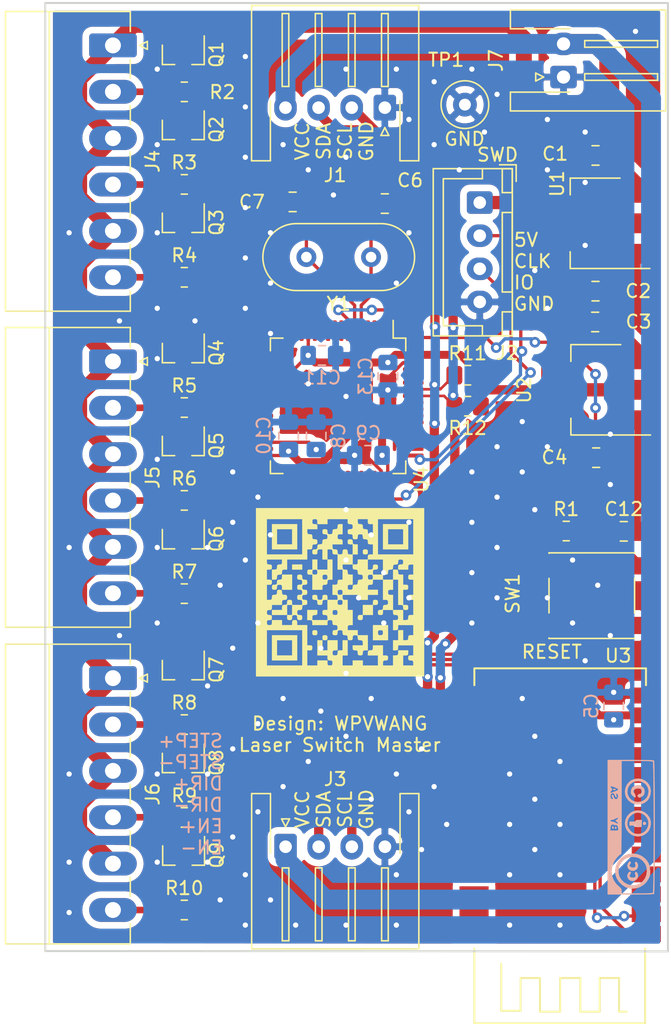
<source format=kicad_pcb>
(kicad_pcb (version 20171130) (host pcbnew 5.1.9)
  (layers (0 F.Cu signal) (31 B.Cu signal) (34 B.Paste user) (35 F.Paste user) (36 B.SilkS user) (37 F.SilkS user) (38 B.Mask user) (39 F.Mask user) (44 Edge.Cuts user))
  (net 0 "")
  (net 1 GND)
  (net 2 +7.5V)
  (net 3 +5V)
  (net 4 +3V3)
  (net 5 "Net-(C6-Pad1)")
  (net 6 "Net-(C7-Pad1)")
  (net 7 "Net-(C8-Pad1)")
  (net 8 NRST)
  (net 9 SDA)
  (net 10 SCL)
  (net 11 SWDIO)
  (net 12 SWDCLK)
  (net 13 "Net-(J4-Pad6)")
  (net 14 "Net-(J4-Pad4)")
  (net 15 "Net-(J4-Pad2)")
  (net 16 "Net-(J5-Pad6)")
  (net 17 "Net-(J5-Pad4)")
  (net 18 "Net-(J5-Pad2)")
  (net 19 "Net-(J6-Pad6)")
  (net 20 "Net-(J6-Pad4)")
  (net 21 "Net-(J6-Pad2)")
  (net 22 "Net-(Q1-Pad3)")
  (net 23 STEP1)
  (net 24 "Net-(Q2-Pad3)")
  (net 25 DIR1)
  (net 26 "Net-(Q3-Pad3)")
  (net 27 EN1)
  (net 28 "Net-(Q4-Pad3)")
  (net 29 STEP2)
  (net 30 "Net-(Q5-Pad3)")
  (net 31 DIR2)
  (net 32 "Net-(Q6-Pad3)")
  (net 33 EN2)
  (net 34 "Net-(Q7-Pad3)")
  (net 35 STEP3)
  (net 36 "Net-(Q8-Pad3)")
  (net 37 DIR3)
  (net 38 "Net-(Q9-Pad3)")
  (net 39 EN3)
  (net 40 "Net-(U3-Pad11)")
  (net 41 BT_CONN)
  (net 42 BT_TX)
  (net 43 BT_RX)
  (net 44 "Net-(U4-Pad62)")
  (net 45 "Net-(U4-Pad61)")
  (net 46 "Net-(U4-Pad60)")
  (net 47 "Net-(U4-Pad57)")
  (net 48 "Net-(U4-Pad56)")
  (net 49 "Net-(U4-Pad55)")
  (net 50 "Net-(U4-Pad54)")
  (net 51 "Net-(U4-Pad53)")
  (net 52 "Net-(U4-Pad52)")
  (net 53 "Net-(U4-Pad51)")
  (net 54 "Net-(U4-Pad50)")
  (net 55 "Net-(U4-Pad45)")
  (net 56 "Net-(U4-Pad44)")
  (net 57 "Net-(U4-Pad43)")
  (net 58 "Net-(U4-Pad42)")
  (net 59 "Net-(U4-Pad41)")
  (net 60 "Net-(U4-Pad40)")
  (net 61 "Net-(U4-Pad39)")
  (net 62 "Net-(U4-Pad23)")
  (net 63 "Net-(U4-Pad22)")
  (net 64 "Net-(U4-Pad21)")
  (net 65 "Net-(U4-Pad20)")
  (net 66 "Net-(U4-Pad17)")
  (net 67 "Net-(U4-Pad16)")
  (net 68 "Net-(U4-Pad15)")
  (net 69 "Net-(U4-Pad14)")
  (net 70 "Net-(U4-Pad11)")
  (net 71 "Net-(U4-Pad10)")
  (net 72 "Net-(U4-Pad9)")
  (net 73 "Net-(U4-Pad8)")
  (net 74 "Net-(U4-Pad4)")
  (net 75 "Net-(U4-Pad3)")
  (net 76 "Net-(U4-Pad2)")
  (net 77 "Net-(U4-Pad1)")
  (module TestPoint:TestPoint_Loop_D3.50mm_Drill0.9mm_Beaded (layer F.Cu) (at 136.6774 72.517)
    (fp_text reference TP1 (at -1.4224 -3.3782) (layer F.SilkS))
    (fp_text value GND)
    (pad 1 thru_hole circle (at 0 0) (size 1.8 1.8) (drill 0.9) (layers *.Cu *.Mask) (net 1 GND))
  )
  (module Graphics:BY-SA (layer B.Cu) (at 149.225 127.0508 90)
    (fp_text reference G*** hide)
    (fp_text value LOGO hide)
  )
  (module Graphics:GitHub-Link-QR (layer F.Cu) (at 127.254 109.3216)
    (fp_text reference G*** hide)
    (fp_text value LOGO hide)
  )
  (module Resistor_SMD:R_0805_2012Metric_Pad1.20x1.40mm_HandSolder (layer F.Cu) (at 136.8806 92.9386)
    (fp_text reference R11 (at 0 -1.65) (layer F.SilkS))
    (fp_text value 1k)
    (pad 2 smd roundrect (at 1 0) (size 1.2 1.4) (layers F.Cu F.Paste F.Mask) (roundrect_rratio 0.2083325) (net 4 +3V3))
    (pad 1 smd roundrect (at -1 0) (size 1.2 1.4) (layers F.Cu F.Paste F.Mask) (roundrect_rratio 0.2083325) (net 9 SDA))
  )
  (module Connector_JST:JST_XH_S2B-XH-A-1_1x02_P2.50mm_Horizontal (layer F.Cu) (at 144.1196 70.4342 90)
    (fp_text reference J7 (at 1.25 -5.1 90) (layer F.SilkS))
    (fp_text value PWR)
    (pad 2 thru_hole oval (at 2.5 0 90) (size 1.7 2) (drill 1) (layers *.Cu *.Mask) (net 2 +7.5V))
    (pad 1 thru_hole roundrect (at 0 0 90) (size 1.7 2) (drill 1) (layers *.Cu *.Mask) (roundrect_rratio 0.1470588235294118) (net 1 GND))
  )
  (module Resistor_SMD:R_0805_2012Metric_Pad1.20x1.40mm_HandSolder (layer F.Cu) (at 136.8806 95.2754 180)
    (fp_text reference R12 (at 0 -1.65) (layer F.SilkS))
    (fp_text value 1k)
    (pad 2 smd roundrect (at 1 0 180) (size 1.2 1.4) (layers F.Cu F.Paste F.Mask) (roundrect_rratio 0.2083325) (net 10 SCL))
    (pad 1 smd roundrect (at -1 0 180) (size 1.2 1.4) (layers F.Cu F.Paste F.Mask) (roundrect_rratio 0.2083325) (net 4 +3V3))
  )
  (module Crystal:Crystal_HC49-4H_Vertical (layer F.Cu) (at 129.5908 84.0232 180)
    (fp_text reference Y1 (at 2.44 -3.525) (layer F.SilkS))
    (fp_text value 8MHz)
    (pad 2 thru_hole circle (at 4.88 0 180) (size 1.5 1.5) (drill 0.8) (layers *.Cu *.Mask) (net 6 "Net-(C7-Pad1)"))
    (pad 1 thru_hole circle (at 0 0 180) (size 1.5 1.5) (drill 0.8) (layers *.Cu *.Mask) (net 5 "Net-(C6-Pad1)"))
  )
  (module Package_QFP:LQFP-64_10x10mm_P0.5mm (layer F.Cu) (at 127.1016 95.25 270)
    (fp_text reference U4 (at 5.5626 -6.2992 90) (layer F.SilkS))
    (fp_text value STM32F401RCTx)
    (pad 64 smd roundrect (at -3.75 -5.675 270) (size 0.3 1.55) (layers F.Cu F.Paste F.Mask) (net 4 +3V3))
    (pad 63 smd roundrect (at -3.25 -5.675 270) (size 0.3 1.55) (layers F.Cu F.Paste F.Mask) (net 1 GND))
    (pad 62 smd roundrect (at -2.75 -5.675 270) (size 0.3 1.55) (layers F.Cu F.Paste F.Mask) (net 44 "Net-(U4-Pad62)"))
    (pad 61 smd roundrect (at -2.25 -5.675 270) (size 0.3 1.55) (layers F.Cu F.Paste F.Mask) (net 45 "Net-(U4-Pad61)"))
    (pad 60 smd roundrect (at -1.75 -5.675 270) (size 0.3 1.55) (layers F.Cu F.Paste F.Mask) (net 46 "Net-(U4-Pad60)"))
    (pad 59 smd roundrect (at -1.25 -5.675 270) (size 0.3 1.55) (layers F.Cu F.Paste F.Mask) (net 9 SDA))
    (pad 58 smd roundrect (at -0.75 -5.675 270) (size 0.3 1.55) (layers F.Cu F.Paste F.Mask) (net 10 SCL))
    (pad 57 smd roundrect (at -0.25 -5.675 270) (size 0.3 1.55) (layers F.Cu F.Paste F.Mask) (net 47 "Net-(U4-Pad57)"))
    (pad 56 smd roundrect (at 0.25 -5.675 270) (size 0.3 1.55) (layers F.Cu F.Paste F.Mask) (net 48 "Net-(U4-Pad56)"))
    (pad 55 smd roundrect (at 0.75 -5.675 270) (size 0.3 1.55) (layers F.Cu F.Paste F.Mask) (net 49 "Net-(U4-Pad55)"))
    (pad 54 smd roundrect (at 1.25 -5.675 270) (size 0.3 1.55) (layers F.Cu F.Paste F.Mask) (net 50 "Net-(U4-Pad54)"))
    (pad 53 smd roundrect (at 1.75 -5.675 270) (size 0.3 1.55) (layers F.Cu F.Paste F.Mask) (net 51 "Net-(U4-Pad53)"))
    (pad 52 smd roundrect (at 2.25 -5.675 270) (size 0.3 1.55) (layers F.Cu F.Paste F.Mask) (net 52 "Net-(U4-Pad52)"))
    (pad 51 smd roundrect (at 2.75 -5.675 270) (size 0.3 1.55) (layers F.Cu F.Paste F.Mask) (net 53 "Net-(U4-Pad51)"))
    (pad 50 smd roundrect (at 3.25 -5.675 270) (size 0.3 1.55) (layers F.Cu F.Paste F.Mask) (net 54 "Net-(U4-Pad50)"))
    (pad 49 smd roundrect (at 3.75 -5.675 270) (size 0.3 1.55) (layers F.Cu F.Paste F.Mask) (net 12 SWDCLK))
    (pad 48 smd roundrect (at 5.675 -3.75 270) (size 1.55 0.3) (layers F.Cu F.Paste F.Mask) (net 4 +3V3))
    (pad 47 smd roundrect (at 5.675 -3.25 270) (size 1.55 0.3) (layers F.Cu F.Paste F.Mask) (net 1 GND))
    (pad 46 smd roundrect (at 5.675 -2.75 270) (size 1.55 0.3) (layers F.Cu F.Paste F.Mask) (net 11 SWDIO))
    (pad 45 smd roundrect (at 5.675 -2.25 270) (size 1.55 0.3) (layers F.Cu F.Paste F.Mask) (net 55 "Net-(U4-Pad45)"))
    (pad 44 smd roundrect (at 5.675 -1.75 270) (size 1.55 0.3) (layers F.Cu F.Paste F.Mask) (net 56 "Net-(U4-Pad44)"))
    (pad 43 smd roundrect (at 5.675 -1.25 270) (size 1.55 0.3) (layers F.Cu F.Paste F.Mask) (net 57 "Net-(U4-Pad43)"))
    (pad 42 smd roundrect (at 5.675 -0.75 270) (size 1.55 0.3) (layers F.Cu F.Paste F.Mask) (net 58 "Net-(U4-Pad42)"))
    (pad 41 smd roundrect (at 5.675 -0.25 270) (size 1.55 0.3) (layers F.Cu F.Paste F.Mask) (net 59 "Net-(U4-Pad41)"))
    (pad 40 smd roundrect (at 5.675 0.25 270) (size 1.55 0.3) (layers F.Cu F.Paste F.Mask) (net 60 "Net-(U4-Pad40)"))
    (pad 39 smd roundrect (at 5.675 0.75 270) (size 1.55 0.3) (layers F.Cu F.Paste F.Mask) (net 61 "Net-(U4-Pad39)"))
    (pad 38 smd roundrect (at 5.675 1.25 270) (size 1.55 0.3) (layers F.Cu F.Paste F.Mask) (net 43 BT_RX))
    (pad 37 smd roundrect (at 5.675 1.75 270) (size 1.55 0.3) (layers F.Cu F.Paste F.Mask) (net 42 BT_TX))
    (pad 36 smd roundrect (at 5.675 2.25 270) (size 1.55 0.3) (layers F.Cu F.Paste F.Mask) (net 41 BT_CONN))
    (pad 35 smd roundrect (at 5.675 2.75 270) (size 1.55 0.3) (layers F.Cu F.Paste F.Mask) (net 39 EN3))
    (pad 34 smd roundrect (at 5.675 3.25 270) (size 1.55 0.3) (layers F.Cu F.Paste F.Mask) (net 37 DIR3))
    (pad 33 smd roundrect (at 5.675 3.75 270) (size 1.55 0.3) (layers F.Cu F.Paste F.Mask) (net 35 STEP3))
    (pad 32 smd roundrect (at 3.75 5.675 270) (size 0.3 1.55) (layers F.Cu F.Paste F.Mask) (net 4 +3V3))
    (pad 31 smd roundrect (at 3.25 5.675 270) (size 0.3 1.55) (layers F.Cu F.Paste F.Mask) (net 1 GND))
    (pad 30 smd roundrect (at 2.75 5.675 270) (size 0.3 1.55) (layers F.Cu F.Paste F.Mask) (net 7 "Net-(C8-Pad1)"))
    (pad 29 smd roundrect (at 2.25 5.675 270) (size 0.3 1.55) (layers F.Cu F.Paste F.Mask) (net 33 EN2))
    (pad 28 smd roundrect (at 1.75 5.675 270) (size 0.3 1.55) (layers F.Cu F.Paste F.Mask) (net 31 DIR2))
    (pad 27 smd roundrect (at 1.25 5.675 270) (size 0.3 1.55) (layers F.Cu F.Paste F.Mask) (net 29 STEP2))
    (pad 26 smd roundrect (at 0.75 5.675 270) (size 0.3 1.55) (layers F.Cu F.Paste F.Mask) (net 27 EN1))
    (pad 25 smd roundrect (at 0.25 5.675 270) (size 0.3 1.55) (layers F.Cu F.Paste F.Mask) (net 25 DIR1))
    (pad 24 smd roundrect (at -0.25 5.675 270) (size 0.3 1.55) (layers F.Cu F.Paste F.Mask) (net 23 STEP1))
    (pad 23 smd roundrect (at -0.75 5.675 270) (size 0.3 1.55) (layers F.Cu F.Paste F.Mask) (net 62 "Net-(U4-Pad23)"))
    (pad 22 smd roundrect (at -1.25 5.675 270) (size 0.3 1.55) (layers F.Cu F.Paste F.Mask) (net 63 "Net-(U4-Pad22)"))
    (pad 21 smd roundrect (at -1.75 5.675 270) (size 0.3 1.55) (layers F.Cu F.Paste F.Mask) (net 64 "Net-(U4-Pad21)"))
    (pad 20 smd roundrect (at -2.25 5.675 270) (size 0.3 1.55) (layers F.Cu F.Paste F.Mask) (net 65 "Net-(U4-Pad20)"))
    (pad 19 smd roundrect (at -2.75 5.675 270) (size 0.3 1.55) (layers F.Cu F.Paste F.Mask) (net 4 +3V3))
    (pad 18 smd roundrect (at -3.25 5.675 270) (size 0.3 1.55) (layers F.Cu F.Paste F.Mask) (net 1 GND))
    (pad 17 smd roundrect (at -3.75 5.675 270) (size 0.3 1.55) (layers F.Cu F.Paste F.Mask) (net 66 "Net-(U4-Pad17)"))
    (pad 16 smd roundrect (at -5.675 3.75 270) (size 1.55 0.3) (layers F.Cu F.Paste F.Mask) (net 67 "Net-(U4-Pad16)"))
    (pad 15 smd roundrect (at -5.675 3.25 270) (size 1.55 0.3) (layers F.Cu F.Paste F.Mask) (net 68 "Net-(U4-Pad15)"))
    (pad 14 smd roundrect (at -5.675 2.75 270) (size 1.55 0.3) (layers F.Cu F.Paste F.Mask) (net 69 "Net-(U4-Pad14)"))
    (pad 13 smd roundrect (at -5.675 2.25 270) (size 1.55 0.3) (layers F.Cu F.Paste F.Mask) (net 4 +3V3))
    (pad 12 smd roundrect (at -5.675 1.75 270) (size 1.55 0.3) (layers F.Cu F.Paste F.Mask) (net 1 GND))
    (pad 11 smd roundrect (at -5.675 1.25 270) (size 1.55 0.3) (layers F.Cu F.Paste F.Mask) (net 70 "Net-(U4-Pad11)"))
    (pad 10 smd roundrect (at -5.675 0.75 270) (size 1.55 0.3) (layers F.Cu F.Paste F.Mask) (net 71 "Net-(U4-Pad10)"))
    (pad 9 smd roundrect (at -5.675 0.25 270) (size 1.55 0.3) (layers F.Cu F.Paste F.Mask) (net 72 "Net-(U4-Pad9)"))
    (pad 8 smd roundrect (at -5.675 -0.25 270) (size 1.55 0.3) (layers F.Cu F.Paste F.Mask) (net 73 "Net-(U4-Pad8)"))
    (pad 7 smd roundrect (at -5.675 -0.75 270) (size 1.55 0.3) (layers F.Cu F.Paste F.Mask) (net 8 NRST))
    (pad 6 smd roundrect (at -5.675 -1.25 270) (size 1.55 0.3) (layers F.Cu F.Paste F.Mask) (net 6 "Net-(C7-Pad1)"))
    (pad 5 smd roundrect (at -5.675 -1.75 270) (size 1.55 0.3) (layers F.Cu F.Paste F.Mask) (net 5 "Net-(C6-Pad1)"))
    (pad 4 smd roundrect (at -5.675 -2.25 270) (size 1.55 0.3) (layers F.Cu F.Paste F.Mask) (net 74 "Net-(U4-Pad4)"))
    (pad 3 smd roundrect (at -5.675 -2.75 270) (size 1.55 0.3) (layers F.Cu F.Paste F.Mask) (net 75 "Net-(U4-Pad3)"))
    (pad 2 smd roundrect (at -5.675 -3.25 270) (size 1.55 0.3) (layers F.Cu F.Paste F.Mask) (net 76 "Net-(U4-Pad2)"))
    (pad 1 smd roundrect (at -5.675 -3.75 270) (size 1.55 0.3) (layers F.Cu F.Paste F.Mask) (net 77 "Net-(U4-Pad1)"))
  )
  (module "waicool20 - Modules:DX-BT24" (layer F.Cu) (at 143.8656 125.857 180)
    (fp_text reference U3 (at -4.3815 11.7475 180) (layer F.SilkS))
    (fp_text value DX-BT24)
    (pad 13 smd rect (at -6.5 8.746 90) (size 1.2 2.2) (layers F.Cu F.Paste F.Mask) (net 1 GND))
    (pad 14 smd rect (at 6.5 8.746 90) (size 1.2 2.2) (layers F.Cu F.Paste F.Mask) (net 1 GND))
    (pad 12 smd rect (at -6.5 7.246 90) (size 1.2 2.2) (layers F.Cu F.Paste F.Mask) (net 4 +3V3))
    (pad 15 smd rect (at 6.5 7.246 90) (size 1.2 2.2) (layers F.Cu F.Paste F.Mask))
    (pad 11 smd rect (at -6.5 5.746 90) (size 1.2 2.2) (layers F.Cu F.Paste F.Mask) (net 40 "Net-(U3-Pad11)"))
    (pad 16 smd rect (at 6.5 5.746 90) (size 1.2 2.2) (layers F.Cu F.Paste F.Mask))
    (pad 10 smd rect (at -6.5 4.246 90) (size 1.2 2.2) (layers F.Cu F.Paste F.Mask))
    (pad 17 smd rect (at 6.5 4.246 90) (size 1.2 2.2) (layers F.Cu F.Paste F.Mask) (net 41 BT_CONN))
    (pad 9 smd rect (at -6.5 2.746 90) (size 1.2 2.2) (layers F.Cu F.Paste F.Mask))
    (pad 18 smd rect (at 6.5 2.746 90) (size 1.2 2.2) (layers F.Cu F.Paste F.Mask))
    (pad 8 smd rect (at -6.5 1.246 90) (size 1.2 2.2) (layers F.Cu F.Paste F.Mask))
    (pad 19 smd rect (at 6.5 1.246 90) (size 1.2 2.2) (layers F.Cu F.Paste F.Mask))
    (pad 7 smd rect (at -6.5 -0.254 90) (size 1.2 2.2) (layers F.Cu F.Paste F.Mask))
    (pad 20 smd rect (at 6.5 -0.254 90) (size 1.2 2.2) (layers F.Cu F.Paste F.Mask))
    (pad 6 smd rect (at -6.5 -1.754 90) (size 1.2 2.2) (layers F.Cu F.Paste F.Mask))
    (pad 21 smd rect (at 6.5 -1.754 90) (size 1.2 2.2) (layers F.Cu F.Paste F.Mask))
    (pad 5 smd rect (at -6.5 -3.254 90) (size 1.2 2.2) (layers F.Cu F.Paste F.Mask))
    (pad 22 smd rect (at 6.5 -3.254 90) (size 1.2 2.2) (layers F.Cu F.Paste F.Mask))
    (pad 4 smd rect (at -6.5 -4.754 90) (size 1.2 2.2) (layers F.Cu F.Paste F.Mask))
    (pad 23 smd rect (at 6.5 -4.754 90) (size 1.2 2.2) (layers F.Cu F.Paste F.Mask))
    (pad 3 smd rect (at -6.5 -6.254 90) (size 1.2 2.2) (layers F.Cu F.Paste F.Mask))
    (pad 24 smd rect (at 6.5 -6.254 90) (size 1.2 2.2) (layers F.Cu F.Paste F.Mask))
    (pad 2 smd rect (at -6.5 -7.754 90) (size 1.2 2.2) (layers F.Cu F.Paste F.Mask) (net 42 BT_TX))
    (pad 25 smd rect (at 6.5 -7.754 90) (size 1.2 2.2) (layers F.Cu F.Paste F.Mask))
    (pad 1 smd rect (at -6.5 -9.254 90) (size 1.2 2.2) (layers F.Cu F.Paste F.Mask) (net 43 BT_RX))
    (pad 26 smd rect (at 6.5 -9.254 90) (size 1.2 2.2) (layers F.Cu F.Paste F.Mask) (net 1 GND))
  )
  (module Package_TO_SOT_SMD:SOT-223-3_TabPin2 (layer F.Cu) (at 146.5834 94.0402 180)
    (fp_text reference U2 (at 5.4356 -0.0254 90) (layer F.SilkS))
    (fp_text value AMS1117-3.3)
    (pad 1 smd rect (at -3.15 -2.3 180) (size 2 1.5) (layers F.Cu F.Paste F.Mask) (net 1 GND))
    (pad 3 smd rect (at -3.15 2.3 180) (size 2 1.5) (layers F.Cu F.Paste F.Mask) (net 3 +5V))
    (pad 2 smd rect (at -3.15 0 180) (size 2 1.5) (layers F.Cu F.Paste F.Mask) (net 4 +3V3))
    (pad 2 smd rect (at 3.15 0 180) (size 2 3.8) (layers F.Cu F.Paste F.Mask) (net 4 +3V3))
  )
  (module Package_TO_SOT_SMD:SOT-223-3_TabPin2 (layer F.Cu) (at 146.5326 81.4738 180)
    (fp_text reference U1 (at 2.8956 2.9878 270) (layer F.SilkS))
    (fp_text value AMS1117-5.0)
    (pad 1 smd rect (at -3.15 -2.3 180) (size 2 1.5) (layers F.Cu F.Paste F.Mask) (net 1 GND))
    (pad 3 smd rect (at -3.15 2.3 180) (size 2 1.5) (layers F.Cu F.Paste F.Mask) (net 2 +7.5V))
    (pad 2 smd rect (at -3.15 0 180) (size 2 1.5) (layers F.Cu F.Paste F.Mask) (net 3 +5V))
    (pad 2 smd rect (at 3.15 0 180) (size 2 3.8) (layers F.Cu F.Paste F.Mask) (net 3 +5V))
  )
  (module Button_Switch_SMD:SW_SPST_PTS645 (layer F.Cu) (at 146.2536 109.5746)
    (fp_text reference SW1 (at -5.9694 -0.1514 90) (layer F.SilkS))
    (fp_text value Reset)
    (pad 2 smd rect (at 3.98 2.25) (size 1.55 1.3) (layers F.Cu F.Paste F.Mask) (net 1 GND))
    (pad 1 smd rect (at 3.98 -2.25) (size 1.55 1.3) (layers F.Cu F.Paste F.Mask) (net 8 NRST))
    (pad 1 smd rect (at -3.98 -2.25) (size 1.55 1.3) (layers F.Cu F.Paste F.Mask) (net 8 NRST))
    (pad 2 smd rect (at -3.98 2.25) (size 1.55 1.3) (layers F.Cu F.Paste F.Mask) (net 1 GND))
  )
  (module Resistor_SMD:R_0805_2012Metric_Pad1.20x1.40mm_HandSolder (layer F.Cu) (at 115.4938 133.2992)
    (fp_text reference R10 (at 0 -1.65) (layer F.SilkS))
    (fp_text value 470)
    (pad 2 smd roundrect (at 1 0) (size 1.2 1.4) (layers F.Cu F.Paste F.Mask) (roundrect_rratio 0.2083325) (net 38 "Net-(Q9-Pad3)"))
    (pad 1 smd roundrect (at -1 0) (size 1.2 1.4) (layers F.Cu F.Paste F.Mask) (roundrect_rratio 0.2083325) (net 19 "Net-(J6-Pad6)"))
  )
  (module Resistor_SMD:R_0805_2012Metric_Pad1.20x1.40mm_HandSolder (layer F.Cu) (at 115.4938 126.3142)
    (fp_text reference R9 (at 0 -1.65) (layer F.SilkS))
    (fp_text value 470)
    (pad 2 smd roundrect (at 1 0) (size 1.2 1.4) (layers F.Cu F.Paste F.Mask) (roundrect_rratio 0.2083325) (net 36 "Net-(Q8-Pad3)"))
    (pad 1 smd roundrect (at -1 0) (size 1.2 1.4) (layers F.Cu F.Paste F.Mask) (roundrect_rratio 0.2083325) (net 20 "Net-(J6-Pad4)"))
  )
  (module Resistor_SMD:R_0805_2012Metric_Pad1.20x1.40mm_HandSolder (layer F.Cu) (at 115.4938 119.3038)
    (fp_text reference R8 (at 0 -1.65) (layer F.SilkS))
    (fp_text value 470)
    (pad 2 smd roundrect (at 1 0) (size 1.2 1.4) (layers F.Cu F.Paste F.Mask) (roundrect_rratio 0.2083325) (net 34 "Net-(Q7-Pad3)"))
    (pad 1 smd roundrect (at -1 0) (size 1.2 1.4) (layers F.Cu F.Paste F.Mask) (roundrect_rratio 0.2083325) (net 21 "Net-(J6-Pad2)"))
  )
  (module Resistor_SMD:R_0805_2012Metric_Pad1.20x1.40mm_HandSolder (layer F.Cu) (at 115.4938 109.4232)
    (fp_text reference R7 (at 0 -1.65) (layer F.SilkS))
    (fp_text value 470)
    (pad 2 smd roundrect (at 1 0) (size 1.2 1.4) (layers F.Cu F.Paste F.Mask) (roundrect_rratio 0.2083325) (net 32 "Net-(Q6-Pad3)"))
    (pad 1 smd roundrect (at -1 0) (size 1.2 1.4) (layers F.Cu F.Paste F.Mask) (roundrect_rratio 0.2083325) (net 16 "Net-(J5-Pad6)"))
  )
  (module Resistor_SMD:R_0805_2012Metric_Pad1.20x1.40mm_HandSolder (layer F.Cu) (at 115.4938 102.3874)
    (fp_text reference R6 (at 0 -1.65) (layer F.SilkS))
    (fp_text value 470)
    (pad 2 smd roundrect (at 1 0) (size 1.2 1.4) (layers F.Cu F.Paste F.Mask) (roundrect_rratio 0.2083325) (net 30 "Net-(Q5-Pad3)"))
    (pad 1 smd roundrect (at -1 0) (size 1.2 1.4) (layers F.Cu F.Paste F.Mask) (roundrect_rratio 0.2083325) (net 17 "Net-(J5-Pad4)"))
  )
  (module Resistor_SMD:R_0805_2012Metric_Pad1.20x1.40mm_HandSolder (layer F.Cu) (at 115.4938 95.377)
    (fp_text reference R5 (at 0 -1.65) (layer F.SilkS))
    (fp_text value 470)
    (pad 2 smd roundrect (at 1 0) (size 1.2 1.4) (layers F.Cu F.Paste F.Mask) (roundrect_rratio 0.2083325) (net 28 "Net-(Q4-Pad3)"))
    (pad 1 smd roundrect (at -1 0) (size 1.2 1.4) (layers F.Cu F.Paste F.Mask) (roundrect_rratio 0.2083325) (net 18 "Net-(J5-Pad2)"))
  )
  (module Resistor_SMD:R_0805_2012Metric_Pad1.20x1.40mm_HandSolder (layer F.Cu) (at 115.4938 85.5472)
    (fp_text reference R4 (at 0 -1.65) (layer F.SilkS))
    (fp_text value 470)
    (pad 2 smd roundrect (at 1 0) (size 1.2 1.4) (layers F.Cu F.Paste F.Mask) (roundrect_rratio 0.2083325) (net 26 "Net-(Q3-Pad3)"))
    (pad 1 smd roundrect (at -1 0) (size 1.2 1.4) (layers F.Cu F.Paste F.Mask) (roundrect_rratio 0.2083325) (net 13 "Net-(J4-Pad6)"))
  )
  (module Resistor_SMD:R_0805_2012Metric_Pad1.20x1.40mm_HandSolder (layer F.Cu) (at 115.4938 78.5368)
    (fp_text reference R3 (at 0 -1.65) (layer F.SilkS))
    (fp_text value 470)
    (pad 2 smd roundrect (at 1 0) (size 1.2 1.4) (layers F.Cu F.Paste F.Mask) (roundrect_rratio 0.2083325) (net 24 "Net-(Q2-Pad3)"))
    (pad 1 smd roundrect (at -1 0) (size 1.2 1.4) (layers F.Cu F.Paste F.Mask) (roundrect_rratio 0.2083325) (net 14 "Net-(J4-Pad4)"))
  )
  (module Resistor_SMD:R_0805_2012Metric_Pad1.20x1.40mm_HandSolder (layer F.Cu) (at 115.4938 71.5518)
    (fp_text reference R2 (at 2.8702 0.0254) (layer F.SilkS))
    (fp_text value 470)
    (pad 2 smd roundrect (at 1 0) (size 1.2 1.4) (layers F.Cu F.Paste F.Mask) (roundrect_rratio 0.2083325) (net 22 "Net-(Q1-Pad3)"))
    (pad 1 smd roundrect (at -1 0) (size 1.2 1.4) (layers F.Cu F.Paste F.Mask) (roundrect_rratio 0.2083325) (net 15 "Net-(J4-Pad2)"))
  )
  (module Resistor_SMD:R_0805_2012Metric_Pad1.20x1.40mm_HandSolder (layer F.Cu) (at 144.3228 104.6988)
    (fp_text reference R1 (at 0 -1.65) (layer F.SilkS))
    (fp_text value 10k)
    (pad 2 smd roundrect (at 1 0) (size 1.2 1.4) (layers F.Cu F.Paste F.Mask) (roundrect_rratio 0.2083325) (net 8 NRST))
    (pad 1 smd roundrect (at -1 0) (size 1.2 1.4) (layers F.Cu F.Paste F.Mask) (roundrect_rratio 0.2083325) (net 4 +3V3))
  )
  (module Package_TO_SOT_SMD:SOT-23 (layer F.Cu) (at 115.443 129.159 270)
    (fp_text reference Q9 (at 0 -2.5 90) (layer F.SilkS))
    (fp_text value Si2300)
    (pad 3 smd rect (at 1 0 270) (size 0.9 0.8) (layers F.Cu F.Paste F.Mask) (net 38 "Net-(Q9-Pad3)"))
    (pad 2 smd rect (at -1 0.95 270) (size 0.9 0.8) (layers F.Cu F.Paste F.Mask) (net 1 GND))
    (pad 1 smd rect (at -1 -0.95 270) (size 0.9 0.8) (layers F.Cu F.Paste F.Mask) (net 39 EN3))
  )
  (module Package_TO_SOT_SMD:SOT-23 (layer F.Cu) (at 115.4176 122.174 270)
    (fp_text reference Q8 (at 0 -2.5 90) (layer F.SilkS))
    (fp_text value Si2300)
    (pad 3 smd rect (at 1 0 270) (size 0.9 0.8) (layers F.Cu F.Paste F.Mask) (net 36 "Net-(Q8-Pad3)"))
    (pad 2 smd rect (at -1 0.95 270) (size 0.9 0.8) (layers F.Cu F.Paste F.Mask) (net 1 GND))
    (pad 1 smd rect (at -1 -0.95 270) (size 0.9 0.8) (layers F.Cu F.Paste F.Mask) (net 37 DIR3))
  )
  (module Package_TO_SOT_SMD:SOT-23 (layer F.Cu) (at 115.4176 115.1636 270)
    (fp_text reference Q7 (at 0 -2.5 90) (layer F.SilkS))
    (fp_text value Si2300)
    (pad 3 smd rect (at 1 0 270) (size 0.9 0.8) (layers F.Cu F.Paste F.Mask) (net 34 "Net-(Q7-Pad3)"))
    (pad 2 smd rect (at -1 0.95 270) (size 0.9 0.8) (layers F.Cu F.Paste F.Mask) (net 1 GND))
    (pad 1 smd rect (at -1 -0.95 270) (size 0.9 0.8) (layers F.Cu F.Paste F.Mask) (net 35 STEP3))
  )
  (module Package_TO_SOT_SMD:SOT-23 (layer F.Cu) (at 115.4176 105.283 270)
    (fp_text reference Q6 (at 0 -2.5 90) (layer F.SilkS))
    (fp_text value Si2300)
    (pad 3 smd rect (at 1 0 270) (size 0.9 0.8) (layers F.Cu F.Paste F.Mask) (net 32 "Net-(Q6-Pad3)"))
    (pad 2 smd rect (at -1 0.95 270) (size 0.9 0.8) (layers F.Cu F.Paste F.Mask) (net 1 GND))
    (pad 1 smd rect (at -1 -0.95 270) (size 0.9 0.8) (layers F.Cu F.Paste F.Mask) (net 33 EN2))
  )
  (module Package_TO_SOT_SMD:SOT-23 (layer F.Cu) (at 115.4176 98.2472 270)
    (fp_text reference Q5 (at 0 -2.5 90) (layer F.SilkS))
    (fp_text value Si2300)
    (pad 3 smd rect (at 1 0 270) (size 0.9 0.8) (layers F.Cu F.Paste F.Mask) (net 30 "Net-(Q5-Pad3)"))
    (pad 2 smd rect (at -1 0.95 270) (size 0.9 0.8) (layers F.Cu F.Paste F.Mask) (net 1 GND))
    (pad 1 smd rect (at -1 -0.95 270) (size 0.9 0.8) (layers F.Cu F.Paste F.Mask) (net 31 DIR2))
  )
  (module Package_TO_SOT_SMD:SOT-23 (layer F.Cu) (at 115.4176 91.2368 270)
    (fp_text reference Q4 (at 0 -2.5 90) (layer F.SilkS))
    (fp_text value Si2300)
    (pad 3 smd rect (at 1 0 270) (size 0.9 0.8) (layers F.Cu F.Paste F.Mask) (net 28 "Net-(Q4-Pad3)"))
    (pad 2 smd rect (at -1 0.95 270) (size 0.9 0.8) (layers F.Cu F.Paste F.Mask) (net 1 GND))
    (pad 1 smd rect (at -1 -0.95 270) (size 0.9 0.8) (layers F.Cu F.Paste F.Mask) (net 29 STEP2))
  )
  (module Package_TO_SOT_SMD:SOT-23 (layer F.Cu) (at 115.4176 81.407 270)
    (fp_text reference Q3 (at 0 -2.5 90) (layer F.SilkS))
    (fp_text value Si2300)
    (pad 3 smd rect (at 1 0 270) (size 0.9 0.8) (layers F.Cu F.Paste F.Mask) (net 26 "Net-(Q3-Pad3)"))
    (pad 2 smd rect (at -1 0.95 270) (size 0.9 0.8) (layers F.Cu F.Paste F.Mask) (net 1 GND))
    (pad 1 smd rect (at -1 -0.95 270) (size 0.9 0.8) (layers F.Cu F.Paste F.Mask) (net 27 EN1))
  )
  (module Package_TO_SOT_SMD:SOT-23 (layer F.Cu) (at 115.4176 74.3966 270)
    (fp_text reference Q2 (at 0 -2.5 90) (layer F.SilkS))
    (fp_text value Si2300)
    (pad 3 smd rect (at 1 0 270) (size 0.9 0.8) (layers F.Cu F.Paste F.Mask) (net 24 "Net-(Q2-Pad3)"))
    (pad 2 smd rect (at -1 0.95 270) (size 0.9 0.8) (layers F.Cu F.Paste F.Mask) (net 1 GND))
    (pad 1 smd rect (at -1 -0.95 270) (size 0.9 0.8) (layers F.Cu F.Paste F.Mask) (net 25 DIR1))
  )
  (module Package_TO_SOT_SMD:SOT-23 (layer F.Cu) (at 115.4176 68.7324 270)
    (fp_text reference Q1 (at 0 -2.5 90) (layer F.SilkS))
    (fp_text value Si2300)
    (pad 3 smd rect (at 1 0 270) (size 0.9 0.8) (layers F.Cu F.Paste F.Mask) (net 22 "Net-(Q1-Pad3)"))
    (pad 2 smd rect (at -1 0.95 270) (size 0.9 0.8) (layers F.Cu F.Paste F.Mask) (net 1 GND))
    (pad 1 smd rect (at -1 -0.95 270) (size 0.9 0.8) (layers F.Cu F.Paste F.Mask) (net 23 STEP1))
  )
  (module Connector_Phoenix_MC:PhoenixContact_MC_1,5_6-G-3.5_1x06_P3.50mm_Horizontal (layer F.Cu) (at 110.109 115.7986 270)
    (fp_text reference J6 (at 8.75 -3 90) (layer F.SilkS))
    (fp_text value Motor)
    (pad 6 thru_hole oval (at 17.5 0 270) (size 1.8 3.6) (drill 1.2) (layers *.Cu *.Mask) (net 19 "Net-(J6-Pad6)"))
    (pad 5 thru_hole oval (at 14 0 270) (size 1.8 3.6) (drill 1.2) (layers *.Cu *.Mask) (net 3 +5V))
    (pad 4 thru_hole oval (at 10.5 0 270) (size 1.8 3.6) (drill 1.2) (layers *.Cu *.Mask) (net 20 "Net-(J6-Pad4)"))
    (pad 3 thru_hole oval (at 7 0 270) (size 1.8 3.6) (drill 1.2) (layers *.Cu *.Mask) (net 3 +5V))
    (pad 2 thru_hole oval (at 3.5 0 270) (size 1.8 3.6) (drill 1.2) (layers *.Cu *.Mask) (net 21 "Net-(J6-Pad2)"))
    (pad 1 thru_hole roundrect (at 0 0 270) (size 1.8 3.6) (drill 1.2) (layers *.Cu *.Mask) (roundrect_rratio 0.1388888888888889) (net 3 +5V))
  )
  (module Connector_Phoenix_MC:PhoenixContact_MC_1,5_6-G-3.5_1x06_P3.50mm_Horizontal (layer F.Cu) (at 110.109 91.8972 270)
    (fp_text reference J5 (at 8.75 -3 90) (layer F.SilkS))
    (fp_text value Motor)
    (pad 6 thru_hole oval (at 17.5 0 270) (size 1.8 3.6) (drill 1.2) (layers *.Cu *.Mask) (net 16 "Net-(J5-Pad6)"))
    (pad 5 thru_hole oval (at 14 0 270) (size 1.8 3.6) (drill 1.2) (layers *.Cu *.Mask) (net 3 +5V))
    (pad 4 thru_hole oval (at 10.5 0 270) (size 1.8 3.6) (drill 1.2) (layers *.Cu *.Mask) (net 17 "Net-(J5-Pad4)"))
    (pad 3 thru_hole oval (at 7 0 270) (size 1.8 3.6) (drill 1.2) (layers *.Cu *.Mask) (net 3 +5V))
    (pad 2 thru_hole oval (at 3.5 0 270) (size 1.8 3.6) (drill 1.2) (layers *.Cu *.Mask) (net 18 "Net-(J5-Pad2)"))
    (pad 1 thru_hole roundrect (at 0 0 270) (size 1.8 3.6) (drill 1.2) (layers *.Cu *.Mask) (roundrect_rratio 0.1388888888888889) (net 3 +5V))
  )
  (module Connector_Phoenix_MC:PhoenixContact_MC_1,5_6-G-3.5_1x06_P3.50mm_Horizontal (layer F.Cu) (at 110.109 68.0472 270)
    (fp_text reference J4 (at 8.75 -3 90) (layer F.SilkS))
    (fp_text value Motor)
    (pad 6 thru_hole oval (at 17.5 0 270) (size 1.8 3.6) (drill 1.2) (layers *.Cu *.Mask) (net 13 "Net-(J4-Pad6)"))
    (pad 5 thru_hole oval (at 14 0 270) (size 1.8 3.6) (drill 1.2) (layers *.Cu *.Mask) (net 3 +5V))
    (pad 4 thru_hole oval (at 10.5 0 270) (size 1.8 3.6) (drill 1.2) (layers *.Cu *.Mask) (net 14 "Net-(J4-Pad4)"))
    (pad 3 thru_hole oval (at 7 0 270) (size 1.8 3.6) (drill 1.2) (layers *.Cu *.Mask) (net 3 +5V))
    (pad 2 thru_hole oval (at 3.5 0 270) (size 1.8 3.6) (drill 1.2) (layers *.Cu *.Mask) (net 15 "Net-(J4-Pad2)"))
    (pad 1 thru_hole roundrect (at 0 0 270) (size 1.8 3.6) (drill 1.2) (layers *.Cu *.Mask) (roundrect_rratio 0.1388888888888889) (net 3 +5V))
  )
  (module Connector_JST:JST_XH_S4B-XH-A-1_1x04_P2.50mm_Horizontal (layer F.Cu) (at 123.1392 128.524)
    (fp_text reference J3 (at 3.75 -5.1) (layer F.SilkS))
    (fp_text value Bus)
    (pad 4 thru_hole oval (at 7.5 0) (size 1.7 1.95) (drill 0.95) (layers *.Cu *.Mask) (net 1 GND))
    (pad 3 thru_hole oval (at 5 0) (size 1.7 1.95) (drill 0.95) (layers *.Cu *.Mask) (net 10 SCL))
    (pad 2 thru_hole oval (at 2.5 0) (size 1.7 1.95) (drill 0.95) (layers *.Cu *.Mask) (net 9 SDA))
    (pad 1 thru_hole roundrect (at 0 0) (size 1.7 1.95) (drill 0.95) (layers *.Cu *.Mask) (roundrect_rratio 0.1470588235294118) (net 2 +7.5V))
  )
  (module Connector_JST:JST_XH_B4B-XH-A_1x04_P2.50mm_Vertical (layer F.Cu) (at 137.795 79.9084 270)
    (fp_text reference J2 (at 11.3538 -2.0828 180) (layer F.SilkS))
    (fp_text value SWD)
    (pad 4 thru_hole oval (at 7.5 0 270) (size 1.7 1.95) (drill 0.95) (layers *.Cu *.Mask) (net 1 GND))
    (pad 3 thru_hole oval (at 5 0 270) (size 1.7 1.95) (drill 0.95) (layers *.Cu *.Mask) (net 11 SWDIO))
    (pad 2 thru_hole oval (at 2.5 0 270) (size 1.7 1.95) (drill 0.95) (layers *.Cu *.Mask) (net 12 SWDCLK))
    (pad 1 thru_hole roundrect (at 0 0 270) (size 1.7 1.95) (drill 0.95) (layers *.Cu *.Mask) (roundrect_rratio 0.1470588235294118) (net 3 +5V))
  )
  (module Connector_JST:JST_XH_S4B-XH-A-1_1x04_P2.50mm_Horizontal (layer F.Cu) (at 130.6322 72.7456 180)
    (fp_text reference J1 (at 3.75 -5.1) (layer F.SilkS))
    (fp_text value Bus)
    (pad 4 thru_hole oval (at 7.5 0 180) (size 1.7 1.95) (drill 0.95) (layers *.Cu *.Mask) (net 2 +7.5V))
    (pad 3 thru_hole oval (at 5 0 180) (size 1.7 1.95) (drill 0.95) (layers *.Cu *.Mask) (net 9 SDA))
    (pad 2 thru_hole oval (at 2.5 0 180) (size 1.7 1.95) (drill 0.95) (layers *.Cu *.Mask) (net 10 SCL))
    (pad 1 thru_hole roundrect (at 0 0 180) (size 1.7 1.95) (drill 0.95) (layers *.Cu *.Mask) (roundrect_rratio 0.1470588235294118) (net 1 GND))
  )
  (module Capacitor_SMD:C_0805_2012Metric_Pad1.18x1.45mm_HandSolder (layer B.Cu) (at 130.8608 93.0148 270)
    (fp_text reference C13 (at 0 1.68 90) (layer B.SilkS) (effects (justify mirror)))
    (fp_text value 0.1u)
    (pad 2 smd roundrect (at 1.0375 0 270) (size 1.175 1.45) (layers B.Cu B.Paste B.Mask) (roundrect_rratio 0.2127659574468085) (net 1 GND))
    (pad 1 smd roundrect (at -1.0375 0 270) (size 1.175 1.45) (layers B.Cu B.Paste B.Mask) (roundrect_rratio 0.2127659574468085) (net 4 +3V3))
  )
  (module Capacitor_SMD:C_0805_2012Metric_Pad1.18x1.45mm_HandSolder (layer F.Cu) (at 148.6662 104.7196)
    (fp_text reference C12 (at 0 -1.68) (layer F.SilkS))
    (fp_text value 0.1u)
    (pad 2 smd roundrect (at 1.0375 0) (size 1.175 1.45) (layers F.Cu F.Paste F.Mask) (roundrect_rratio 0.2127659574468085) (net 1 GND))
    (pad 1 smd roundrect (at -1.0375 0) (size 1.175 1.45) (layers F.Cu F.Paste F.Mask) (roundrect_rratio 0.2127659574468085) (net 8 NRST))
  )
  (module Capacitor_SMD:C_0805_2012Metric_Pad1.18x1.45mm_HandSolder (layer B.Cu) (at 125.8824 91.44)
    (fp_text reference C11 (at 0 1.68) (layer B.SilkS) (effects (justify mirror)))
    (fp_text value 0.1u)
    (pad 2 smd roundrect (at 1.0375 0) (size 1.175 1.45) (layers B.Cu B.Paste B.Mask) (roundrect_rratio 0.2127659574468085) (net 1 GND))
    (pad 1 smd roundrect (at -1.0375 0) (size 1.175 1.45) (layers B.Cu B.Paste B.Mask) (roundrect_rratio 0.2127659574468085) (net 4 +3V3))
  )
  (module Capacitor_SMD:C_0805_2012Metric_Pad1.18x1.45mm_HandSolder (layer B.Cu) (at 123.3678 97.5106 90)
    (fp_text reference C10 (at 0.0254 -1.8796 90) (layer B.SilkS) (effects (justify mirror)))
    (fp_text value 0.1u)
    (pad 2 smd roundrect (at 1.0375 0 90) (size 1.175 1.45) (layers B.Cu B.Paste B.Mask) (roundrect_rratio 0.2127659574468085) (net 1 GND))
    (pad 1 smd roundrect (at -1.0375 0 90) (size 1.175 1.45) (layers B.Cu B.Paste B.Mask) (roundrect_rratio 0.2127659574468085) (net 4 +3V3))
  )
  (module Capacitor_SMD:C_0805_2012Metric_Pad1.18x1.45mm_HandSolder (layer B.Cu) (at 129.3876 98.9838 180)
    (fp_text reference C9 (at 0 1.68) (layer B.SilkS) (effects (justify mirror)))
    (fp_text value 0.1u)
    (pad 2 smd roundrect (at 1.0375 0 180) (size 1.175 1.45) (layers B.Cu B.Paste B.Mask) (roundrect_rratio 0.2127659574468085) (net 1 GND))
    (pad 1 smd roundrect (at -1.0375 0 180) (size 1.175 1.45) (layers B.Cu B.Paste B.Mask) (roundrect_rratio 0.2127659574468085) (net 4 +3V3))
  )
  (module Capacitor_SMD:C_0805_2012Metric_Pad1.18x1.45mm_HandSolder (layer B.Cu) (at 125.4506 97.5106 90)
    (fp_text reference C8 (at 0 1.68 90) (layer B.SilkS) (effects (justify mirror)))
    (fp_text value 2.2u)
    (pad 2 smd roundrect (at 1.0375 0 90) (size 1.175 1.45) (layers B.Cu B.Paste B.Mask) (roundrect_rratio 0.2127659574468085) (net 1 GND))
    (pad 1 smd roundrect (at -1.0375 0 90) (size 1.175 1.45) (layers B.Cu B.Paste B.Mask) (roundrect_rratio 0.2127659574468085) (net 7 "Net-(C8-Pad1)"))
  )
  (module Capacitor_SMD:C_0805_2012Metric_Pad1.18x1.45mm_HandSolder (layer F.Cu) (at 123.6726 79.8576 180)
    (fp_text reference C7 (at 3.0734 0) (layer F.SilkS))
    (fp_text value 22p)
    (pad 2 smd roundrect (at 1.0375 0 180) (size 1.175 1.45) (layers F.Cu F.Paste F.Mask) (roundrect_rratio 0.2127659574468085) (net 1 GND))
    (pad 1 smd roundrect (at -1.0375 0 180) (size 1.175 1.45) (layers F.Cu F.Paste F.Mask) (roundrect_rratio 0.2127659574468085) (net 6 "Net-(C7-Pad1)"))
  )
  (module Capacitor_SMD:C_0805_2012Metric_Pad1.18x1.45mm_HandSolder (layer F.Cu) (at 130.6322 79.9846)
    (fp_text reference C6 (at 1.905 -1.7526) (layer F.SilkS))
    (fp_text value 22p)
    (pad 2 smd roundrect (at 1.0375 0) (size 1.175 1.45) (layers F.Cu F.Paste F.Mask) (roundrect_rratio 0.2127659574468085) (net 1 GND))
    (pad 1 smd roundrect (at -1.0375 0) (size 1.175 1.45) (layers F.Cu F.Paste F.Mask) (roundrect_rratio 0.2127659574468085) (net 5 "Net-(C6-Pad1)"))
  )
  (module Capacitor_SMD:C_0805_2012Metric_Pad1.18x1.45mm_HandSolder (layer B.Cu) (at 147.9042 117.9068 270)
    (fp_text reference C5 (at 0 1.68 270) (layer B.SilkS) (effects (justify mirror)))
    (fp_text value 0.1u)
    (pad 2 smd roundrect (at 1.0375 0 270) (size 1.175 1.45) (layers B.Cu B.Paste B.Mask) (roundrect_rratio 0.2127659574468085) (net 4 +3V3))
    (pad 1 smd roundrect (at -1.0375 0 270) (size 1.175 1.45) (layers B.Cu B.Paste B.Mask) (roundrect_rratio 0.2127659574468085) (net 1 GND))
  )
  (module Capacitor_SMD:C_0805_2012Metric_Pad1.18x1.45mm_HandSolder (layer F.Cu) (at 146.5834 99.1616)
    (fp_text reference C4 (at -3.1496 -0.0254) (layer F.SilkS))
    (fp_text value 22u)
    (pad 2 smd roundrect (at 1.0375 0) (size 1.175 1.45) (layers F.Cu F.Paste F.Mask) (roundrect_rratio 0.2127659574468085) (net 1 GND))
    (pad 1 smd roundrect (at -1.0375 0) (size 1.175 1.45) (layers F.Cu F.Paste F.Mask) (roundrect_rratio 0.2127659574468085) (net 4 +3V3))
  )
  (module Capacitor_SMD:C_0805_2012Metric_Pad1.18x1.45mm_HandSolder (layer F.Cu) (at 146.5072 88.9188 180)
    (fp_text reference C3 (at -3.2766 0.0188) (layer F.SilkS))
    (fp_text value 22u)
    (pad 2 smd roundrect (at 1.0375 0 180) (size 1.175 1.45) (layers F.Cu F.Paste F.Mask) (roundrect_rratio 0.2127659574468085) (net 1 GND))
    (pad 1 smd roundrect (at -1.0375 0 180) (size 1.175 1.45) (layers F.Cu F.Paste F.Mask) (roundrect_rratio 0.2127659574468085) (net 3 +5V))
  )
  (module Capacitor_SMD:C_0805_2012Metric_Pad1.18x1.45mm_HandSolder (layer F.Cu) (at 146.5326 86.5952)
    (fp_text reference C2 (at 3.2258 -0.0066) (layer F.SilkS))
    (fp_text value 22u)
    (pad 2 smd roundrect (at 1.0375 0) (size 1.175 1.45) (layers F.Cu F.Paste F.Mask) (roundrect_rratio 0.2127659574468085) (net 1 GND))
    (pad 1 smd roundrect (at -1.0375 0) (size 1.175 1.45) (layers F.Cu F.Paste F.Mask) (roundrect_rratio 0.2127659574468085) (net 3 +5V))
  )
  (module Capacitor_SMD:C_0805_2012Metric_Pad1.18x1.45mm_HandSolder (layer F.Cu) (at 146.5326 76.3524 180)
    (fp_text reference C1 (at 3.048 0.127) (layer F.SilkS))
    (fp_text value 22u)
    (pad 2 smd roundrect (at 1.0375 0 180) (size 1.175 1.45) (layers F.Cu F.Paste F.Mask) (roundrect_rratio 0.2127659574468085) (net 1 GND))
    (pad 1 smd roundrect (at -1.0375 0 180) (size 1.175 1.45) (layers F.Cu F.Paste F.Mask) (roundrect_rratio 0.2127659574468085) (net 2 +7.5V))
  )
  (gr_text "VCC\nSDA\nSCL\nGND\n" (at 126.8217 75.2856 90) (layer F.SilkS) (effects (font (size 1 1))))
  (gr_text "VCC\nSDA\nSCL\nGND\n" (at 126.8217 125.7046 90) (layer F.SilkS) (effects (font (size 1 1))))
  (gr_text "STEP+\nSTEP-\nDIR+\nDIR-\nEN+\nEN-" (at 118.491 124.5616) (layer B.SilkS) (effects (font (size 1 1)) (justify left mirror)))
  (gr_text "RESET\n" (at 143.2306 113.8174) (layer F.SilkS) (effects (font (size 1 1))))
  (gr_text "5V\nCLK\nIO\nGND\n" (at 140.2842 85.1408) (layer F.SilkS) (effects (font (size 1 1)) (justify left)))
  (gr_text "SWD\n" (at 139.1412 76.3016) (layer F.SilkS) (effects (font (size 1 1))))
  (gr_text "GND\n" (at 136.652 75.1078) (layer F.SilkS) (effects (font (size 1 1))))
  (gr_text "Design: WPVWANG\nLaser Switch Master" (at 127.2286 120.0404) (layer F.SilkS) (effects (font (size 1 1))))
  (gr_line (start 105 64.8462) (end 105 136.398) (layer Edge.Cuts) (width 0.15))
  (gr_line (start 152 64.8462) (end 105 64.8462) (layer Edge.Cuts) (width 0.15))
  (gr_line (start 152 136.4234) (end 152 64.8462) (layer Edge.Cuts) (width 0.15))
  (gr_line (start 105 136.398) (end 152 136.4234) (layer Edge.Cuts) (width 0.15))
  (segment (start 123.3678 96.4731) (end 125.4506 96.4731) (width 0.25) (layer B.Cu) (net 1))
  (via (at 147.9042 116.8693) (size 0.8) (drill 0.4) (layers F.Cu B.Cu) (net 1))
  (segment (start 148.1459 117.111) (end 147.9042 116.8693) (width 0.2) (layer F.Cu) (net 1))
  (segment (start 150.3656 117.111) (end 148.1459 117.111) (width 0.2) (layer F.Cu) (net 1))
  (segment (start 130.8608 93.1408) (end 130.8608 94.0523) (width 0.25) (layer F.Cu) (net 1))
  (via (at 130.8608 94.0523) (size 0.8) (drill 0.4) (layers F.Cu B.Cu) (net 1))
  (segment (start 132.0016 92) (end 130.8608 93.1408) (width 0.25) (layer F.Cu) (net 1))
  (segment (start 132.7766 92) (end 132.0016 92) (width 0.25) (layer F.Cu) (net 1))
  (via (at 128.3501 98.9838) (size 0.8) (drill 0.4) (layers F.Cu B.Cu) (net 1))
  (segment (start 129.1854 98.9838) (end 128.3501 98.9838) (width 0.25) (layer F.Cu) (net 1))
  (segment (start 130.3516 100.15) (end 129.1854 98.9838) (width 0.25) (layer F.Cu) (net 1))
  (segment (start 130.3516 100.925) (end 130.3516 100.15) (width 0.25) (layer F.Cu) (net 1))
  (segment (start 136.0156 117.111) (end 137.3656 117.111) (width 0.25) (layer F.Cu) (net 1))
  (segment (start 135.3015 117.8251) (end 136.0156 117.111) (width 0.25) (layer F.Cu) (net 1))
  (segment (start 135.3015 119.2381) (end 135.3015 117.8251) (width 0.25) (layer F.Cu) (net 1))
  (segment (start 124.4397 87.8881) (end 123.9015 87.8881) (width 0.25) (layer F.Cu) (net 1))
  (segment (start 125.3516 88.8) (end 124.4397 87.8881) (width 0.25) (layer F.Cu) (net 1))
  (segment (start 125.3516 89.575) (end 125.3516 88.8) (width 0.25) (layer F.Cu) (net 1))
  (segment (start 121.4266 92) (end 120.0162 92) (width 0.25) (layer F.Cu) (net 1))
  (segment (start 120.0162 92) (end 120.217 92) (width 0.25) (layer F.Cu) (net 1))
  (segment (start 121.4266 98.5) (end 119.9146 98.5) (width 0.25) (layer F.Cu) (net 1))
  (segment (start 119.9146 98.5) (end 120.0138 98.5) (width 0.25) (layer F.Cu) (net 1))
  (via (at 106.8015 82.1881) (size 0.8) (drill 0.4) (layers F.Cu B.Cu) (net 1))
  (via (at 106.8015 105.9381) (size 0.8) (drill 0.4) (layers F.Cu B.Cu) (net 1))
  (via (at 106.8015 123.0381) (size 0.8) (drill 0.4) (layers F.Cu B.Cu) (net 1))
  (via (at 106.8015 129.6881) (size 0.8) (drill 0.4) (layers F.Cu B.Cu) (net 1))
  (via (at 106.8015 133.4881) (size 0.8) (drill 0.4) (layers F.Cu B.Cu) (net 1))
  (via (at 110.6015 88.8381) (size 0.8) (drill 0.4) (layers F.Cu B.Cu) (net 1))
  (via (at 110.6015 112.5881) (size 0.8) (drill 0.4) (layers F.Cu B.Cu) (net 1))
  (via (at 113.4515 69.8381) (size 0.8) (drill 0.4) (layers F.Cu B.Cu) (net 1))
  (via (at 113.4515 75.5381) (size 0.8) (drill 0.4) (layers F.Cu B.Cu) (net 1))
  (via (at 113.4515 82.1881) (size 0.8) (drill 0.4) (layers F.Cu B.Cu) (net 1))
  (via (at 113.4515 87.8881) (size 0.8) (drill 0.4) (layers F.Cu B.Cu) (net 1))
  (via (at 113.4515 91.6881) (size 0.8) (drill 0.4) (layers F.Cu B.Cu) (net 1))
  (via (at 113.4515 99.2881) (size 0.8) (drill 0.4) (layers F.Cu B.Cu) (net 1))
  (via (at 113.4515 105.9381) (size 0.8) (drill 0.4) (layers F.Cu B.Cu) (net 1))
  (via (at 113.4515 111.6381) (size 0.8) (drill 0.4) (layers F.Cu B.Cu) (net 1))
  (via (at 113.4515 123.0381) (size 0.8) (drill 0.4) (layers F.Cu B.Cu) (net 1))
  (via (at 113.4515 129.6881) (size 0.8) (drill 0.4) (layers F.Cu B.Cu) (net 1))
  (via (at 116.3015 88.8381) (size 0.8) (drill 0.4) (layers F.Cu B.Cu) (net 1))
  (via (at 117.2515 105.9381) (size 0.8) (drill 0.4) (layers F.Cu B.Cu) (net 1))
  (via (at 117.2515 116.3881) (size 0.8) (drill 0.4) (layers F.Cu B.Cu) (net 1))
  (via (at 117.2515 123.0381) (size 0.8) (drill 0.4) (layers F.Cu B.Cu) (net 1))
  (via (at 117.2515 129.6881) (size 0.8) (drill 0.4) (layers F.Cu B.Cu) (net 1))
  (via (at 118.2015 108.7881) (size 0.8) (drill 0.4) (layers F.Cu B.Cu) (net 1))
  (via (at 118.2015 132.5381) (size 0.8) (drill 0.4) (layers F.Cu B.Cu) (net 1))
  (via (at 119.1515 100.2381) (size 0.8) (drill 0.4) (layers F.Cu B.Cu) (net 1))
  (via (at 119.1515 104.0381) (size 0.8) (drill 0.4) (layers F.Cu B.Cu) (net 1))
  (via (at 119.1515 113.5381) (size 0.8) (drill 0.4) (layers F.Cu B.Cu) (net 1))
  (via (at 119.1515 121.1381) (size 0.8) (drill 0.4) (layers F.Cu B.Cu) (net 1))
  (via (at 119.1515 127.7881) (size 0.8) (drill 0.4) (layers F.Cu B.Cu) (net 1))
  (via (at 120.1015 68.8881) (size 0.8) (drill 0.4) (layers F.Cu B.Cu) (net 1))
  (via (at 120.1015 72.6881) (size 0.8) (drill 0.4) (layers F.Cu B.Cu) (net 1))
  (via (at 120.1015 76.4881) (size 0.8) (drill 0.4) (layers F.Cu B.Cu) (net 1))
  (via (at 120.1015 80.2881) (size 0.8) (drill 0.4) (layers F.Cu B.Cu) (net 1))
  (via (at 120.1015 84.0881) (size 0.8) (drill 0.4) (layers F.Cu B.Cu) (net 1))
  (via (at 120.1015 87.8881) (size 0.8) (drill 0.4) (layers F.Cu B.Cu) (net 1))
  (via (at 120.1015 106.8881) (size 0.8) (drill 0.4) (layers F.Cu B.Cu) (net 1))
  (via (at 120.1015 130.6381) (size 0.8) (drill 0.4) (layers F.Cu B.Cu) (net 1))
  (via (at 120.1015 134.4381) (size 0.8) (drill 0.4) (layers F.Cu B.Cu) (net 1))
  (via (at 121.0515 102.1381) (size 0.8) (drill 0.4) (layers F.Cu B.Cu) (net 1))
  (via (at 121.0515 111.6381) (size 0.8) (drill 0.4) (layers F.Cu B.Cu) (net 1))
  (via (at 121.0515 119.2381) (size 0.8) (drill 0.4) (layers F.Cu B.Cu) (net 1))
  (via (at 121.0515 125.8881) (size 0.8) (drill 0.4) (layers F.Cu B.Cu) (net 1))
  (via (at 122.0015 82.1881) (size 0.8) (drill 0.4) (layers F.Cu B.Cu) (net 1))
  (via (at 122.0015 85.9881) (size 0.8) (drill 0.4) (layers F.Cu B.Cu) (net 1))
  (via (at 122.0015 89.7881) (size 0.8) (drill 0.4) (layers F.Cu B.Cu) (net 1))
  (via (at 122.0015 104.9881) (size 0.8) (drill 0.4) (layers F.Cu B.Cu) (net 1))
  (via (at 122.0015 132.5381) (size 0.8) (drill 0.4) (layers F.Cu B.Cu) (net 1))
  (via (at 122.9515 75.5381) (size 0.8) (drill 0.4) (layers F.Cu B.Cu) (net 1))
  (via (at 122.9515 117.3381) (size 0.8) (drill 0.4) (layers F.Cu B.Cu) (net 1))
  (via (at 122.9515 123.9881) (size 0.8) (drill 0.4) (layers F.Cu B.Cu) (net 1))
  (via (at 123.9015 134.4381) (size 0.8) (drill 0.4) (layers F.Cu B.Cu) (net 1))
  (via (at 124.8515 77.4381) (size 0.8) (drill 0.4) (layers F.Cu B.Cu) (net 1))
  (via (at 124.8515 93.5881) (size 0.8) (drill 0.4) (layers F.Cu B.Cu) (net 1))
  (via (at 124.8515 122.0881) (size 0.8) (drill 0.4) (layers F.Cu B.Cu) (net 1))
  (via (at 125.8015 113.5381) (size 0.8) (drill 0.4) (layers F.Cu B.Cu) (net 1))
  (via (at 125.8015 118.2881) (size 0.8) (drill 0.4) (layers F.Cu B.Cu) (net 1))
  (via (at 126.7515 79.3381) (size 0.8) (drill 0.4) (layers F.Cu B.Cu) (net 1))
  (via (at 127.7015 69.8381) (size 0.8) (drill 0.4) (layers F.Cu B.Cu) (net 1))
  (via (at 127.7015 76.4881) (size 0.8) (drill 0.4) (layers F.Cu B.Cu) (net 1))
  (via (at 127.7015 94.5381) (size 0.8) (drill 0.4) (layers F.Cu B.Cu) (net 1))
  (via (at 127.7015 103.0881) (size 0.8) (drill 0.4) (layers F.Cu B.Cu) (net 1))
  (via (at 127.7015 106.8881) (size 0.8) (drill 0.4) (layers F.Cu B.Cu) (net 1))
  (via (at 127.7015 115.4381) (size 0.8) (drill 0.4) (layers F.Cu B.Cu) (net 1))
  (via (at 127.7015 120.1881) (size 0.8) (drill 0.4) (layers F.Cu B.Cu) (net 1))
  (via (at 127.7015 134.4381) (size 0.8) (drill 0.4) (layers F.Cu B.Cu) (net 1))
  (via (at 128.6515 109.7381) (size 0.8) (drill 0.4) (layers F.Cu B.Cu) (net 1))
  (via (at 129.6015 104.9881) (size 0.8) (drill 0.4) (layers F.Cu B.Cu) (net 1))
  (via (at 129.6015 117.3381) (size 0.8) (drill 0.4) (layers F.Cu B.Cu) (net 1))
  (via (at 129.6015 124.9381) (size 0.8) (drill 0.4) (layers F.Cu B.Cu) (net 1))
  (via (at 130.5515 107.8381) (size 0.8) (drill 0.4) (layers F.Cu B.Cu) (net 1))
  (via (at 130.5515 111.6381) (size 0.8) (drill 0.4) (layers F.Cu B.Cu) (net 1))
  (via (at 131.5015 69.8381) (size 0.8) (drill 0.4) (layers F.Cu B.Cu) (net 1))
  (via (at 131.5015 85.9881) (size 0.8) (drill 0.4) (layers F.Cu B.Cu) (net 1))
  (via (at 131.5015 123.0381) (size 0.8) (drill 0.4) (layers F.Cu B.Cu) (net 1))
  (via (at 131.5015 130.6381) (size 0.8) (drill 0.4) (layers F.Cu B.Cu) (net 1))
  (via (at 131.5015 134.4381) (size 0.8) (drill 0.4) (layers F.Cu B.Cu) (net 1))
  (via (at 132.4515 73.6381) (size 0.8) (drill 0.4) (layers F.Cu B.Cu) (net 1))
  (via (at 132.4515 82.1881) (size 0.8) (drill 0.4) (layers F.Cu B.Cu) (net 1))
  (via (at 132.4515 104.0381) (size 0.8) (drill 0.4) (layers F.Cu B.Cu) (net 1))
  (via (at 132.4515 109.7381) (size 0.8) (drill 0.4) (layers F.Cu B.Cu) (net 1))
  (via (at 132.4515 125.8881) (size 0.8) (drill 0.4) (layers F.Cu B.Cu) (net 1))
  (via (at 133.4015 121.1381) (size 0.8) (drill 0.4) (layers F.Cu B.Cu) (net 1))
  (via (at 133.4015 128.7381) (size 0.8) (drill 0.4) (layers F.Cu B.Cu) (net 1))
  (via (at 134.3515 70.7881) (size 0.8) (drill 0.4) (layers F.Cu B.Cu) (net 1))
  (via (at 134.3515 75.5381) (size 0.8) (drill 0.4) (layers F.Cu B.Cu) (net 1))
  (via (at 134.3515 123.9881) (size 0.8) (drill 0.4) (layers F.Cu B.Cu) (net 1))
  (via (at 135.3015 126.8381) (size 0.8) (drill 0.4) (layers F.Cu B.Cu) (net 1))
  (via (at 136.2515 77.4381) (size 0.8) (drill 0.4) (layers F.Cu B.Cu) (net 1))
  (via (at 137.2015 69.8381) (size 0.8) (drill 0.4) (layers F.Cu B.Cu) (net 1))
  (via (at 137.2015 100.2381) (size 0.8) (drill 0.4) (layers F.Cu B.Cu) (net 1))
  (via (at 137.2015 104.0381) (size 0.8) (drill 0.4) (layers F.Cu B.Cu) (net 1))
  (via (at 137.2015 107.8381) (size 0.8) (drill 0.4) (layers F.Cu B.Cu) (net 1))
  (via (at 137.2015 111.6381) (size 0.8) (drill 0.4) (layers F.Cu B.Cu) (net 1))
  (via (at 138.1515 74.5881) (size 0.8) (drill 0.4) (layers F.Cu B.Cu) (net 1))
  (via (at 139.1015 71.7381) (size 0.8) (drill 0.4) (layers F.Cu B.Cu) (net 1))
  (via (at 139.1015 98.3381) (size 0.8) (drill 0.4) (layers F.Cu B.Cu) (net 1))
  (via (at 139.1015 102.1381) (size 0.8) (drill 0.4) (layers F.Cu B.Cu) (net 1))
  (via (at 139.1015 105.9381) (size 0.8) (drill 0.4) (layers F.Cu B.Cu) (net 1))
  (via (at 139.1015 109.7381) (size 0.8) (drill 0.4) (layers F.Cu B.Cu) (net 1))
  (via (at 140.0515 123.0381) (size 0.8) (drill 0.4) (layers F.Cu B.Cu) (net 1))
  (via (at 140.0515 126.8381) (size 0.8) (drill 0.4) (layers F.Cu B.Cu) (net 1))
  (via (at 140.0515 130.6381) (size 0.8) (drill 0.4) (layers F.Cu B.Cu) (net 1))
  (via (at 140.0515 134.4381) (size 0.8) (drill 0.4) (layers F.Cu B.Cu) (net 1))
  (via (at 141.0015 96.4381) (size 0.8) (drill 0.4) (layers F.Cu B.Cu) (net 1))
  (via (at 141.0015 100.2381) (size 0.8) (drill 0.4) (layers F.Cu B.Cu) (net 1))
  (via (at 141.0015 117.3381) (size 0.8) (drill 0.4) (layers F.Cu B.Cu) (net 1))
  (via (at 141.9515 85.0381) (size 0.8) (drill 0.4) (layers F.Cu B.Cu) (net 1))
  (via (at 141.9515 103.0881) (size 0.8) (drill 0.4) (layers F.Cu B.Cu) (net 1))
  (via (at 141.9515 120.1881) (size 0.8) (drill 0.4) (layers F.Cu B.Cu) (net 1))
  (via (at 141.9515 124.9381) (size 0.8) (drill 0.4) (layers F.Cu B.Cu) (net 1))
  (via (at 141.9515 128.7381) (size 0.8) (drill 0.4) (layers F.Cu B.Cu) (net 1))
  (via (at 142.9015 73.6381) (size 0.8) (drill 0.4) (layers F.Cu B.Cu) (net 1))
  (via (at 142.9015 77.4381) (size 0.8) (drill 0.4) (layers F.Cu B.Cu) (net 1))
  (via (at 142.9015 87.8881) (size 0.8) (drill 0.4) (layers F.Cu B.Cu) (net 1))
  (via (at 142.9015 98.3381) (size 0.8) (drill 0.4) (layers F.Cu B.Cu) (net 1))
  (via (at 142.9015 109.7381) (size 0.8) (drill 0.4) (layers F.Cu B.Cu) (net 1))
  (via (at 143.8515 122.0881) (size 0.8) (drill 0.4) (layers F.Cu B.Cu) (net 1))
  (via (at 143.8515 126.8381) (size 0.8) (drill 0.4) (layers F.Cu B.Cu) (net 1))
  (via (at 143.8515 130.6381) (size 0.8) (drill 0.4) (layers F.Cu B.Cu) (net 1))
  (via (at 143.8515 134.4381) (size 0.8) (drill 0.4) (layers F.Cu B.Cu) (net 1))
  (via (at 144.8015 106.8881) (size 0.8) (drill 0.4) (layers F.Cu B.Cu) (net 1))
  (via (at 144.8015 111.6381) (size 0.8) (drill 0.4) (layers F.Cu B.Cu) (net 1))
  (via (at 145.7515 74.5881) (size 0.8) (drill 0.4) (layers F.Cu B.Cu) (net 1))
  (via (at 145.7515 78.3881) (size 0.8) (drill 0.4) (layers F.Cu B.Cu) (net 1))
  (via (at 145.7515 83.1381) (size 0.8) (drill 0.4) (layers F.Cu B.Cu) (net 1))
  (via (at 145.7515 114.4881) (size 0.8) (drill 0.4) (layers F.Cu B.Cu) (net 1))
  (via (at 146.7015 108.7881) (size 0.8) (drill 0.4) (layers F.Cu B.Cu) (net 1))
  (via (at 147.6515 97.3881) (size 0.8) (drill 0.4) (layers F.Cu B.Cu) (net 1))
  (via (at 147.6515 101.1881) (size 0.8) (drill 0.4) (layers F.Cu B.Cu) (net 1))
  (via (at 147.6515 112.5881) (size 0.8) (drill 0.4) (layers F.Cu B.Cu) (net 1))
  (via (at 149.5515 66.9881) (size 0.8) (drill 0.4) (layers F.Cu B.Cu) (net 1))
  (segment (start 149.6826 78.4649) (end 147.5701 76.3524) (width 1) (layer F.Cu) (net 2))
  (segment (start 149.6826 79.1738) (end 149.6826 78.4649) (width 1) (layer F.Cu) (net 2))
  (segment (start 123.1322 70.2706) (end 123.1322 72.7456) (width 1.5) (layer B.Cu) (net 2))
  (segment (start 125.4686 67.9342) (end 123.1322 70.2706) (width 1.5) (layer B.Cu) (net 2))
  (segment (start 144.1196 67.9342) (end 125.4686 67.9342) (width 1.5) (layer B.Cu) (net 2))
  (segment (start 147.5701 68.8847) (end 147.5701 76.3524) (width 1.5) (layer F.Cu) (net 2))
  (segment (start 146.6196 67.9342) (end 147.5701 68.8847) (width 1.5) (layer F.Cu) (net 2))
  (segment (start 144.1196 67.9342) (end 146.6196 67.9342) (width 1.5) (layer F.Cu) (net 2))
  (segment (start 123.1392 129.499) (end 123.1392 128.524) (width 1.5) (layer B.Cu) (net 2))
  (segment (start 147.0406 132.5118) (end 126.152 132.5118) (width 1.5) (layer B.Cu) (net 2))
  (segment (start 150.7236 128.8288) (end 147.0406 132.5118) (width 1.5) (layer B.Cu) (net 2))
  (segment (start 150.7236 72.0382) (end 150.7236 128.8288) (width 1.5) (layer B.Cu) (net 2))
  (segment (start 146.6196 67.9342) (end 150.7236 72.0382) (width 1.5) (layer B.Cu) (net 2))
  (segment (start 126.152 132.5118) (end 123.1392 129.499) (width 1.5) (layer B.Cu) (net 2))
  (segment (start 144.1196 67.9342) (end 146.6196 67.9342) (width 1.5) (layer B.Cu) (net 2))
  (segment (start 107.55899 70.59721) (end 107.55899 72.49719) (width 1.2) (layer F.Cu) (net 3))
  (segment (start 107.55899 72.49719) (end 110.109 75.0472) (width 1.2) (layer F.Cu) (net 3))
  (segment (start 110.109 68.0472) (end 107.55899 70.59721) (width 1.2) (layer F.Cu) (net 3))
  (segment (start 107.55899 79.49719) (end 110.109 82.0472) (width 1.2) (layer F.Cu) (net 3))
  (segment (start 107.55899 77.59721) (end 107.55899 79.49719) (width 1.2) (layer F.Cu) (net 3))
  (segment (start 110.109 75.0472) (end 107.55899 77.59721) (width 1.2) (layer F.Cu) (net 3))
  (segment (start 107.55899 89.34719) (end 110.109 91.8972) (width 1.2) (layer F.Cu) (net 3))
  (segment (start 107.55899 84.59721) (end 107.55899 89.34719) (width 1.2) (layer F.Cu) (net 3))
  (segment (start 110.109 82.0472) (end 107.55899 84.59721) (width 1.2) (layer F.Cu) (net 3))
  (segment (start 107.55899 96.34719) (end 110.109 98.8972) (width 1.2) (layer F.Cu) (net 3))
  (segment (start 107.55899 94.44721) (end 107.55899 96.34719) (width 1.2) (layer F.Cu) (net 3))
  (segment (start 110.109 91.8972) (end 107.55899 94.44721) (width 1.2) (layer F.Cu) (net 3))
  (segment (start 107.55899 103.34719) (end 110.109 105.8972) (width 1.2) (layer F.Cu) (net 3))
  (segment (start 107.55899 101.44721) (end 107.55899 103.34719) (width 1.2) (layer F.Cu) (net 3))
  (segment (start 110.109 98.8972) (end 107.55899 101.44721) (width 1.2) (layer F.Cu) (net 3))
  (segment (start 107.55899 113.24859) (end 110.109 115.7986) (width 1.2) (layer F.Cu) (net 3))
  (segment (start 107.55899 108.44721) (end 107.55899 113.24859) (width 1.2) (layer F.Cu) (net 3))
  (segment (start 110.109 105.8972) (end 107.55899 108.44721) (width 1.2) (layer F.Cu) (net 3))
  (segment (start 107.55899 120.24859) (end 110.109 122.7986) (width 1.2) (layer F.Cu) (net 3))
  (segment (start 107.55899 118.34861) (end 107.55899 120.24859) (width 1.2) (layer F.Cu) (net 3))
  (segment (start 110.109 115.7986) (end 107.55899 118.34861) (width 1.2) (layer F.Cu) (net 3))
  (segment (start 107.55899 127.24859) (end 110.109 129.7986) (width 1.2) (layer F.Cu) (net 3))
  (segment (start 107.55899 125.34861) (end 107.55899 127.24859) (width 1.2) (layer F.Cu) (net 3))
  (segment (start 110.109 122.7986) (end 107.55899 125.34861) (width 1.2) (layer F.Cu) (net 3))
  (segment (start 149.7334 91.1075) (end 147.5447 88.9188) (width 1) (layer F.Cu) (net 3))
  (segment (start 149.7334 91.7402) (end 149.7334 91.1075) (width 1) (layer F.Cu) (net 3))
  (segment (start 143.3826 84.4827) (end 145.4951 86.5952) (width 1) (layer F.Cu) (net 3))
  (segment (start 143.3826 81.4738) (end 143.3826 84.4827) (width 1) (layer F.Cu) (net 3))
  (segment (start 145.4951 86.60551) (end 145.4951 86.5952) (width 1) (layer F.Cu) (net 3))
  (segment (start 147.5447 88.65511) (end 145.4951 86.60551) (width 1) (layer F.Cu) (net 3))
  (segment (start 147.5447 88.9188) (end 147.5447 88.65511) (width 1) (layer F.Cu) (net 3))
  (segment (start 149.6826 81.4738) (end 143.3826 81.4738) (width 1) (layer F.Cu) (net 3))
  (segment (start 141.1224 79.2136) (end 143.3826 81.4738) (width 1.2) (layer F.Cu) (net 3))
  (segment (start 141.1224 67.5132) (end 141.1224 79.2136) (width 1.2) (layer F.Cu) (net 3))
  (segment (start 140.1064 66.4972) (end 141.1224 67.5132) (width 1.2) (layer F.Cu) (net 3))
  (segment (start 111.659 66.4972) (end 140.1064 66.4972) (width 1.2) (layer F.Cu) (net 3))
  (segment (start 110.109 68.0472) (end 111.659 66.4972) (width 1.2) (layer F.Cu) (net 3))
  (segment (start 141.8172 79.9084) (end 143.3826 81.4738) (width 1) (layer F.Cu) (net 3))
  (segment (start 137.795 79.9084) (end 141.8172 79.9084) (width 1) (layer F.Cu) (net 3))
  (segment (start 145.5459 96.1527) (end 143.4334 94.0402) (width 1) (layer F.Cu) (net 4))
  (segment (start 145.5459 99.1616) (end 145.5459 96.1527) (width 1) (layer F.Cu) (net 4))
  (segment (start 149.7334 94.0402) (end 143.4334 94.0402) (width 1) (layer F.Cu) (net 4))
  (via (at 130.4251 98.9838) (size 0.8) (drill 0.4) (layers F.Cu B.Cu) (net 4))
  (segment (start 130.8516 99.4103) (end 130.4251 98.9838) (width 0.25) (layer F.Cu) (net 4))
  (segment (start 130.8516 100.925) (end 130.8516 99.4103) (width 0.25) (layer F.Cu) (net 4))
  (via (at 130.8608 91.9773) (size 0.8) (drill 0.4) (layers F.Cu B.Cu) (net 4))
  (segment (start 131.3381 91.5) (end 130.8608 91.9773) (width 0.25) (layer F.Cu) (net 4))
  (segment (start 132.7766 91.5) (end 131.3381 91.5) (width 0.25) (layer F.Cu) (net 4))
  (via (at 124.8449 91.44) (size 0.8) (drill 0.4) (layers F.Cu B.Cu) (net 4))
  (segment (start 124.8516 91.4333) (end 124.8449 91.44) (width 0.25) (layer F.Cu) (net 4))
  (segment (start 124.8516 89.575) (end 124.8516 91.4333) (width 0.25) (layer F.Cu) (net 4))
  (segment (start 123.7849 92.5) (end 124.8449 91.44) (width 0.25) (layer F.Cu) (net 4))
  (segment (start 121.4266 92.5) (end 123.7849 92.5) (width 0.25) (layer F.Cu) (net 4))
  (segment (start 121.4266 99) (end 123.04281 99) (width 0.25) (layer F.Cu) (net 4))
  (via (at 123.3678 98.67501) (size 0.8) (drill 0.4) (layers F.Cu B.Cu) (net 4))
  (segment (start 123.04281 99) (end 123.3678 98.67501) (width 0.25) (layer F.Cu) (net 4))
  (via (at 147.9042 118.9443) (size 0.8) (drill 0.4) (layers F.Cu B.Cu) (net 4))
  (segment (start 143.3228 101.3847) (end 145.5459 99.1616) (width 0.6) (layer F.Cu) (net 4))
  (segment (start 143.3228 104.6988) (end 143.3228 101.3847) (width 0.6) (layer F.Cu) (net 4))
  (segment (start 137.8806 94.0402) (end 143.4334 94.0402) (width 0.7) (layer F.Cu) (net 4))
  (segment (start 137.8806 92.9386) (end 137.8806 95.2754) (width 0.7) (layer F.Cu) (net 4))
  (segment (start 148.2375 118.611) (end 147.9042 118.9443) (width 0.6) (layer F.Cu) (net 4))
  (segment (start 150.3656 118.611) (end 148.2375 118.611) (width 0.6) (layer F.Cu) (net 4))
  (segment (start 146.824998 118.611) (end 140.6398 112.425802) (width 0.6) (layer F.Cu) (net 4))
  (segment (start 148.2375 118.611) (end 146.824998 118.611) (width 0.6) (layer F.Cu) (net 4))
  (segment (start 142.7228 104.6988) (end 143.3228 104.6988) (width 0.6) (layer F.Cu) (net 4))
  (segment (start 140.6398 106.7818) (end 142.7228 104.6988) (width 0.6) (layer F.Cu) (net 4))
  (segment (start 140.6398 112.425802) (end 140.6398 106.7818) (width 0.6) (layer F.Cu) (net 4))
  (segment (start 131.43811 91.39999) (end 130.8608 91.9773) (width 0.6) (layer F.Cu) (net 4))
  (segment (start 136.34199 91.39999) (end 131.43811 91.39999) (width 0.6) (layer F.Cu) (net 4))
  (segment (start 137.8806 92.9386) (end 136.34199 91.39999) (width 0.6) (layer F.Cu) (net 4))
  (segment (start 125.3822 91.9773) (end 124.8449 91.44) (width 0.6) (layer F.Cu) (net 4))
  (segment (start 130.4251 98.9838) (end 130.4251 96.8209) (width 0.6) (layer F.Cu) (net 4))
  (segment (start 129.4345 95.8303) (end 129.4345 91.9773) (width 0.6) (layer F.Cu) (net 4))
  (segment (start 130.4251 96.8209) (end 129.4345 95.8303) (width 0.6) (layer F.Cu) (net 4))
  (segment (start 129.4345 91.9773) (end 125.3822 91.9773) (width 0.6) (layer F.Cu) (net 4))
  (segment (start 130.8608 91.9773) (end 129.4345 91.9773) (width 0.6) (layer F.Cu) (net 4))
  (segment (start 123.3678 98.67501) (end 124.18459 99.4918) (width 0.6) (layer F.Cu) (net 4))
  (segment (start 129.4345 95.963102) (end 129.4345 95.8303) (width 0.6) (layer F.Cu) (net 4))
  (segment (start 125.905802 99.4918) (end 129.4345 95.963102) (width 0.6) (layer F.Cu) (net 4))
  (segment (start 124.18459 99.4918) (end 125.905802 99.4918) (width 0.6) (layer F.Cu) (net 4))
  (segment (start 128.8516 89.575) (end 128.8516 87.658) (width 0.25) (layer F.Cu) (net 5))
  (segment (start 129.5908 86.9188) (end 129.5908 84.0232) (width 0.25) (layer F.Cu) (net 5))
  (segment (start 128.8516 87.658) (end 129.5908 86.9188) (width 0.25) (layer F.Cu) (net 5))
  (segment (start 129.5908 79.9885) (end 129.5947 79.9846) (width 0.25) (layer F.Cu) (net 5))
  (segment (start 129.5908 84.0232) (end 129.5908 79.9885) (width 0.25) (layer F.Cu) (net 5))
  (segment (start 128.3516 87.664) (end 124.7108 84.0232) (width 0.25) (layer F.Cu) (net 6))
  (segment (start 128.3516 89.575) (end 128.3516 87.664) (width 0.25) (layer F.Cu) (net 6))
  (segment (start 124.7108 79.8583) (end 124.7101 79.8576) (width 0.25) (layer F.Cu) (net 6))
  (segment (start 124.7108 84.0232) (end 124.7108 79.8583) (width 0.25) (layer F.Cu) (net 6))
  (segment (start 124.9025 98) (end 125.4506 98.5481) (width 0.25) (layer F.Cu) (net 7))
  (via (at 125.4506 98.5481) (size 0.8) (drill 0.4) (layers F.Cu B.Cu) (net 7))
  (segment (start 121.4266 98) (end 124.9025 98) (width 0.25) (layer F.Cu) (net 7))
  (segment (start 144.8994 104.6988) (end 142.2736 107.3246) (width 0.2) (layer F.Cu) (net 8))
  (segment (start 145.3228 104.6988) (end 144.8994 104.6988) (width 0.2) (layer F.Cu) (net 8))
  (segment (start 147.6079 104.6988) (end 147.6287 104.7196) (width 0.2) (layer F.Cu) (net 8))
  (segment (start 147.6287 104.7197) (end 150.2336 107.3246) (width 0.2) (layer F.Cu) (net 8))
  (segment (start 147.6287 104.7196) (end 147.6287 104.7197) (width 0.2) (layer F.Cu) (net 8))
  (via (at 127.127 88.011) (size 0.8) (drill 0.4) (layers F.Cu B.Cu) (net 8))
  (segment (start 127.8516 88.7356) (end 127.127 88.011) (width 0.25) (layer F.Cu) (net 8))
  (segment (start 127.8516 89.575) (end 127.8516 88.7356) (width 0.25) (layer F.Cu) (net 8))
  (via (at 129.6416 88.011) (size 0.8) (drill 0.4) (layers F.Cu B.Cu) (net 8))
  (segment (start 127.127 88.011) (end 129.6416 88.011) (width 0.25) (layer B.Cu) (net 8))
  (via (at 139.0396 90.8558) (size 0.8) (drill 0.4) (layers F.Cu B.Cu) (net 8))
  (segment (start 139.0396 90.8558) (end 139.7 90.1954) (width 0.25) (layer B.Cu) (net 8))
  (via (at 141.9606 90.4494) (size 0.8) (drill 0.4) (layers F.Cu B.Cu) (net 8))
  (segment (start 141.7066 90.1954) (end 141.9606 90.4494) (width 0.25) (layer B.Cu) (net 8))
  (segment (start 139.7 90.1954) (end 141.7066 90.1954) (width 0.25) (layer B.Cu) (net 8))
  (via (at 146.5326 92.8624) (size 0.8) (drill 0.4) (layers F.Cu B.Cu) (net 8))
  (segment (start 144.1196 90.4494) (end 146.5326 92.8624) (width 0.25) (layer F.Cu) (net 8))
  (segment (start 141.9606 90.4494) (end 144.1196 90.4494) (width 0.25) (layer F.Cu) (net 8))
  (via (at 146.5326 95.4024) (size 0.8) (drill 0.4) (layers F.Cu B.Cu) (net 8))
  (segment (start 146.5326 92.8624) (end 146.5326 95.4024) (width 0.25) (layer B.Cu) (net 8))
  (segment (start 146.4056 104.6988) (end 147.6079 104.6988) (width 0.2) (layer F.Cu) (net 8))
  (segment (start 145.3228 104.6988) (end 146.4056 104.6988) (width 0.2) (layer F.Cu) (net 8))
  (segment (start 146.5326 104.5718) (end 146.4056 104.6988) (width 0.25) (layer F.Cu) (net 8))
  (segment (start 146.5326 95.4024) (end 146.5326 104.5718) (width 0.25) (layer F.Cu) (net 8))
  (segment (start 138.2776 90.0938) (end 139.0396 90.8558) (width 0.25) (layer F.Cu) (net 8))
  (segment (start 133.0198 90.0938) (end 138.2776 90.0938) (width 0.25) (layer F.Cu) (net 8))
  (segment (start 130.937 88.011) (end 133.0198 90.0938) (width 0.25) (layer F.Cu) (net 8))
  (segment (start 129.6416 88.011) (end 130.937 88.011) (width 0.25) (layer F.Cu) (net 8))
  (segment (start 125.6392 128.524) (end 125.6392 124.8048) (width 0.7) (layer F.Cu) (net 9))
  (segment (start 133.858 116.586) (end 133.858 115.697) (width 0.7) (layer F.Cu) (net 9))
  (via (at 133.858 115.697) (size 0.8) (drill 0.4) (layers F.Cu B.Cu) (net 9))
  (segment (start 125.6392 124.8048) (end 133.858 116.586) (width 0.7) (layer F.Cu) (net 9))
  (via (at 133.858 113.1316) (size 0.8) (drill 0.4) (layers F.Cu B.Cu) (net 9))
  (segment (start 133.858 115.697) (end 133.858 113.1316) (width 0.7) (layer B.Cu) (net 9))
  (segment (start 134.8192 94) (end 135.8806 92.9386) (width 0.2) (layer F.Cu) (net 9))
  (segment (start 132.7766 94) (end 134.8192 94) (width 0.2) (layer F.Cu) (net 9))
  (via (at 134.3914 96.5708) (size 0.8) (drill 0.4) (layers F.Cu B.Cu) (net 9))
  (segment (start 134.3914 96.5962) (end 134.3914 96.5708) (width 0.7) (layer F.Cu) (net 9))
  (via (at 134.3914 93.6498) (size 0.8) (drill 0.4) (layers F.Cu B.Cu) (net 9))
  (segment (start 134.3914 96.5708) (end 134.3914 93.6498) (width 0.7) (layer B.Cu) (net 9))
  (segment (start 134.469 93.6498) (end 134.8192 94) (width 0.2) (layer F.Cu) (net 9))
  (segment (start 134.3914 93.6498) (end 134.469 93.6498) (width 0.2) (layer F.Cu) (net 9))
  (segment (start 134.366 96.5962) (end 134.3914 96.5708) (width 0.7) (layer F.Cu) (net 9))
  (segment (start 134.366 112.6236) (end 134.366 96.5962) (width 0.7) (layer F.Cu) (net 9))
  (segment (start 133.858 113.1316) (end 134.366 112.6236) (width 0.7) (layer F.Cu) (net 9))
  (via (at 134.4168 89.281) (size 0.8) (drill 0.4) (layers F.Cu B.Cu) (net 9))
  (segment (start 134.4168 80.2894) (end 134.4168 89.281) (width 0.7) (layer F.Cu) (net 9))
  (segment (start 134.3914 93.6498) (end 134.4422 93.599) (width 0.7) (layer B.Cu) (net 9))
  (segment (start 134.4422 93.599) (end 134.4422 89.3064) (width 0.7) (layer B.Cu) (net 9))
  (segment (start 126.873 74.422) (end 128.5494 74.422) (width 0.7) (layer F.Cu) (net 9))
  (segment (start 134.4422 89.3064) (end 134.4168 89.281) (width 0.7) (layer B.Cu) (net 9))
  (segment (start 125.6322 72.7456) (end 125.6322 73.1812) (width 0.7) (layer F.Cu) (net 9))
  (segment (start 125.6322 73.1812) (end 126.873 74.422) (width 0.7) (layer F.Cu) (net 9))
  (segment (start 128.5494 74.422) (end 134.4168 80.2894) (width 0.7) (layer F.Cu) (net 9))
  (segment (start 135.1052 94.5) (end 132.7766 94.5) (width 0.2) (layer F.Cu) (net 10))
  (segment (start 135.8806 95.2754) (end 135.1052 94.5) (width 0.2) (layer F.Cu) (net 10))
  (segment (start 128.1392 128.524) (end 128.1392 123.7018) (width 0.7) (layer F.Cu) (net 10))
  (via (at 134.8232 115.7732) (size 0.8) (drill 0.4) (layers F.Cu B.Cu) (net 10))
  (segment (start 134.8232 117.0178) (end 134.8232 115.7732) (width 0.7) (layer F.Cu) (net 10))
  (segment (start 128.1392 123.7018) (end 134.8232 117.0178) (width 0.7) (layer F.Cu) (net 10))
  (via (at 135.2042 113.2078) (size 0.8) (drill 0.4) (layers F.Cu B.Cu) (net 10))
  (segment (start 134.8232 113.5888) (end 135.2042 113.2078) (width 0.7) (layer B.Cu) (net 10))
  (segment (start 134.8232 115.7732) (end 134.8232 113.5888) (width 0.7) (layer B.Cu) (net 10))
  (via (at 135.7884 94.4626) (size 0.8) (drill 0.4) (layers F.Cu B.Cu) (net 10))
  (segment (start 135.7884 95.1832) (end 135.8806 95.2754) (width 0.7) (layer F.Cu) (net 10))
  (segment (start 135.7884 94.4626) (end 135.7884 95.1832) (width 0.7) (layer F.Cu) (net 10))
  (segment (start 135.9154 95.3102) (end 135.8806 95.2754) (width 0.7) (layer F.Cu) (net 10))
  (segment (start 135.9154 112.4966) (end 135.9154 95.3102) (width 0.7) (layer F.Cu) (net 10))
  (segment (start 135.2042 113.2078) (end 135.9154 112.4966) (width 0.7) (layer F.Cu) (net 10))
  (segment (start 135.7884 94.4626) (end 135.7884 89.357196) (width 0.7) (layer B.Cu) (net 10))
  (via (at 135.7884 89.357196) (size 0.8) (drill 0.4) (layers F.Cu B.Cu) (net 10))
  (segment (start 128.1322 72.7456) (end 128.1684 72.7456) (width 0.7) (layer F.Cu) (net 10))
  (segment (start 128.1684 72.7456) (end 135.7884 80.3656) (width 0.7) (layer F.Cu) (net 10))
  (segment (start 135.7884 80.3656) (end 135.7884 89.357196) (width 0.7) (layer F.Cu) (net 10))
  (via (at 132.2324 101.981) (size 0.8) (drill 0.4) (layers F.Cu B.Cu) (net 11))
  (via (at 141.6304 92.7354) (size 0.8) (drill 0.4) (layers F.Cu B.Cu) (net 11))
  (segment (start 132.3848 101.981) (end 141.6304 92.7354) (width 0.25) (layer B.Cu) (net 11))
  (segment (start 132.2324 101.981) (end 132.3848 101.981) (width 0.25) (layer B.Cu) (net 11))
  (segment (start 140.1572 87.2706) (end 137.795 84.9084) (width 0.25) (layer F.Cu) (net 11))
  (segment (start 140.1572 91.2622) (end 140.1572 87.2706) (width 0.25) (layer F.Cu) (net 11))
  (segment (start 141.6304 92.7354) (end 140.1572 91.2622) (width 0.25) (layer F.Cu) (net 11))
  (segment (start 131.9276 102.2858) (end 132.2324 101.981) (width 0.25) (layer F.Cu) (net 11))
  (segment (start 130.4374 102.2858) (end 131.9276 102.2858) (width 0.25) (layer F.Cu) (net 11))
  (segment (start 129.8516 101.7) (end 130.4374 102.2858) (width 0.25) (layer F.Cu) (net 11))
  (segment (start 129.8516 100.925) (end 129.8516 101.7) (width 0.25) (layer F.Cu) (net 11))
  (via (at 133.2738 99.314) (size 0.8) (drill 0.4) (layers F.Cu B.Cu) (net 12))
  (segment (start 132.9598 99) (end 133.2738 99.314) (width 0.25) (layer F.Cu) (net 12))
  (segment (start 132.7766 99) (end 132.9598 99) (width 0.25) (layer F.Cu) (net 12))
  (segment (start 133.2738 99.314) (end 134.4676 99.314) (width 0.25) (layer B.Cu) (net 12))
  (via (at 140.982711 91.133101) (size 0.8) (drill 0.4) (layers F.Cu B.Cu) (net 12))
  (segment (start 134.4676 99.314) (end 140.8684 92.9132) (width 0.25) (layer B.Cu) (net 12))
  (segment (start 140.8684 92.9132) (end 140.8684 91.247412) (width 0.25) (layer B.Cu) (net 12))
  (segment (start 140.8938 83.439) (end 140.8938 91.04419) (width 0.25) (layer F.Cu) (net 12))
  (segment (start 140.8684 91.247412) (end 140.982711 91.133101) (width 0.25) (layer B.Cu) (net 12))
  (segment (start 137.795 82.4084) (end 139.8632 82.4084) (width 0.25) (layer F.Cu) (net 12))
  (segment (start 139.8632 82.4084) (end 140.8938 83.439) (width 0.25) (layer F.Cu) (net 12))
  (segment (start 140.8938 91.04419) (end 140.982711 91.133101) (width 0.25) (layer F.Cu) (net 12))
  (segment (start 110.109 85.5472) (end 114.4938 85.5472) (width 0.5) (layer F.Cu) (net 13))
  (segment (start 114.4834 78.5472) (end 114.4938 78.5368) (width 1.2) (layer F.Cu) (net 14))
  (segment (start 110.109 78.5472) (end 114.4834 78.5472) (width 0.5) (layer F.Cu) (net 14))
  (segment (start 114.4892 71.5472) (end 114.4938 71.5518) (width 1.2) (layer F.Cu) (net 15))
  (segment (start 110.109 71.5472) (end 114.4892 71.5472) (width 0.5) (layer F.Cu) (net 15))
  (segment (start 114.4678 109.3972) (end 114.4938 109.4232) (width 1.2) (layer F.Cu) (net 16))
  (segment (start 110.109 109.3972) (end 114.4678 109.3972) (width 0.5) (layer F.Cu) (net 16))
  (segment (start 114.484 102.3972) (end 114.4938 102.3874) (width 1.2) (layer F.Cu) (net 17))
  (segment (start 110.109 102.3972) (end 114.484 102.3972) (width 0.5) (layer F.Cu) (net 17))
  (segment (start 114.4736 95.3972) (end 114.4938 95.377) (width 1.2) (layer F.Cu) (net 18))
  (segment (start 110.109 95.3972) (end 114.4736 95.3972) (width 0.5) (layer F.Cu) (net 18))
  (segment (start 114.4932 133.2986) (end 114.4938 133.2992) (width 1.2) (layer F.Cu) (net 19))
  (segment (start 110.109 133.2986) (end 114.4932 133.2986) (width 0.5) (layer F.Cu) (net 19))
  (segment (start 114.4782 126.2986) (end 114.4938 126.3142) (width 1.2) (layer F.Cu) (net 20))
  (segment (start 110.109 126.2986) (end 114.4782 126.2986) (width 0.5) (layer F.Cu) (net 20))
  (segment (start 114.4886 119.2986) (end 114.4938 119.3038) (width 1.2) (layer F.Cu) (net 21))
  (segment (start 110.109 119.2986) (end 114.4886 119.2986) (width 0.5) (layer F.Cu) (net 21))
  (segment (start 115.4176 70.4756) (end 116.4938 71.5518) (width 0.5) (layer F.Cu) (net 22))
  (segment (start 115.4176 69.7324) (end 115.4176 70.4756) (width 0.5) (layer F.Cu) (net 22))
  (segment (start 120.656608 95) (end 118.2116 92.554992) (width 0.25) (layer F.Cu) (net 23))
  (segment (start 121.4266 95) (end 120.656608 95) (width 0.25) (layer F.Cu) (net 23))
  (segment (start 118.2116 69.5764) (end 116.3676 67.7324) (width 0.25) (layer F.Cu) (net 23))
  (segment (start 118.2116 92.554992) (end 118.2116 69.5764) (width 0.25) (layer F.Cu) (net 23))
  (segment (start 115.4176 77.4606) (end 116.4938 78.5368) (width 0.5) (layer F.Cu) (net 24))
  (segment (start 115.4176 75.3966) (end 115.4176 77.4606) (width 0.5) (layer F.Cu) (net 24))
  (segment (start 117.811589 74.840589) (end 116.3676 73.3966) (width 0.25) (layer F.Cu) (net 25))
  (segment (start 120.515918 95.42501) (end 117.811589 92.720681) (width 0.25) (layer F.Cu) (net 25))
  (segment (start 121.4266 95.42501) (end 120.515918 95.42501) (width 0.25) (layer F.Cu) (net 25))
  (segment (start 121.4266 95.5) (end 121.4266 95.42501) (width 0.25) (layer F.Cu) (net 25))
  (segment (start 117.811589 92.720681) (end 117.811589 74.840589) (width 0.25) (layer F.Cu) (net 25))
  (segment (start 115.4176 84.471) (end 116.4938 85.5472) (width 0.5) (layer F.Cu) (net 26))
  (segment (start 115.4176 82.407) (end 115.4176 84.471) (width 0.5) (layer F.Cu) (net 26))
  (segment (start 117.36881 81.40821) (end 116.3676 80.407) (width 0.25) (layer F.Cu) (net 27))
  (segment (start 120.525208 96) (end 117.36881 92.843602) (width 0.25) (layer F.Cu) (net 27))
  (segment (start 117.36881 92.843602) (end 117.36881 81.40821) (width 0.25) (layer F.Cu) (net 27))
  (segment (start 121.4266 96) (end 120.525208 96) (width 0.25) (layer F.Cu) (net 27))
  (segment (start 115.4176 94.3008) (end 116.4938 95.377) (width 0.5) (layer F.Cu) (net 28))
  (segment (start 115.4176 92.2368) (end 115.4176 94.3008) (width 0.5) (layer F.Cu) (net 28))
  (segment (start 120.459508 96.5) (end 116.968799 93.009291) (width 0.25) (layer F.Cu) (net 29))
  (segment (start 121.4266 96.5) (end 120.459508 96.5) (width 0.25) (layer F.Cu) (net 29))
  (segment (start 116.968799 90.837999) (end 116.3676 90.2368) (width 0.25) (layer F.Cu) (net 29))
  (segment (start 116.968799 93.009291) (end 116.968799 90.837999) (width 0.25) (layer F.Cu) (net 29))
  (segment (start 115.4176 101.3112) (end 116.4938 102.3874) (width 0.5) (layer F.Cu) (net 30))
  (segment (start 115.4176 99.2472) (end 115.4176 101.3112) (width 0.5) (layer F.Cu) (net 30))
  (segment (start 116.6148 97) (end 116.3676 97.2472) (width 0.25) (layer F.Cu) (net 31))
  (segment (start 121.4266 97) (end 116.6148 97) (width 0.25) (layer F.Cu) (net 31))
  (segment (start 115.4176 108.347) (end 116.4938 109.4232) (width 0.5) (layer F.Cu) (net 32))
  (segment (start 115.4176 106.283) (end 115.4176 108.347) (width 0.5) (layer F.Cu) (net 32))
  (segment (start 118.0592 102.5914) (end 116.3676 104.283) (width 0.25) (layer F.Cu) (net 33))
  (segment (start 118.0592 98.5774) (end 118.0592 102.5914) (width 0.25) (layer F.Cu) (net 33))
  (segment (start 119.1366 97.5) (end 118.0592 98.5774) (width 0.25) (layer F.Cu) (net 33))
  (segment (start 121.4266 97.5) (end 119.1366 97.5) (width 0.25) (layer F.Cu) (net 33))
  (segment (start 115.4176 118.2276) (end 116.4938 119.3038) (width 0.5) (layer F.Cu) (net 34))
  (segment (start 115.4176 116.1636) (end 115.4176 118.2276) (width 0.5) (layer F.Cu) (net 34))
  (segment (start 116.3676 114.1636) (end 116.4684 114.1636) (width 0.25) (layer F.Cu) (net 35))
  (segment (start 123.3516 107.1796) (end 116.3676 114.1636) (width 0.25) (layer F.Cu) (net 35))
  (segment (start 123.3516 107.1534) (end 123.3516 107.1796) (width 0.25) (layer F.Cu) (net 35))
  (segment (start 123.3516 107.1534) (end 123.3516 100.925) (width 0.25) (layer F.Cu) (net 35))
  (segment (start 115.4176 125.238) (end 116.4938 126.3142) (width 0.5) (layer F.Cu) (net 36))
  (segment (start 115.4176 123.174) (end 115.4176 125.238) (width 0.5) (layer F.Cu) (net 36))
  (segment (start 123.8516 113.69) (end 116.3676 121.174) (width 0.25) (layer F.Cu) (net 37))
  (segment (start 123.8516 100.925) (end 123.8516 113.69) (width 0.25) (layer F.Cu) (net 37))
  (segment (start 115.443 132.2484) (end 116.4938 133.2992) (width 0.5) (layer F.Cu) (net 38))
  (segment (start 115.443 130.159) (end 115.443 132.2484) (width 0.5) (layer F.Cu) (net 38))
  (segment (start 124.3516 120.2004) (end 116.393 128.159) (width 0.25) (layer F.Cu) (net 39))
  (segment (start 124.3516 100.925) (end 124.3516 120.2004) (width 0.25) (layer F.Cu) (net 39))
  (segment (start 136.584408 121.611) (end 137.3656 121.611) (width 0.25) (layer F.Cu) (net 41))
  (segment (start 124.8516 100.925) (end 124.8516 101.826392) (width 0.25) (layer F.Cu) (net 41))
  (segment (start 124.8516 100.925) (end 124.8516 101.826391) (width 0.25) (layer F.Cu) (net 41))
  (segment (start 138.7156 121.611) (end 137.3656 121.611) (width 0.25) (layer F.Cu) (net 41))
  (segment (start 139.4968 120.8298) (end 138.7156 121.611) (width 0.25) (layer F.Cu) (net 41))
  (segment (start 139.4968 116.4082) (end 139.4968 120.8298) (width 0.25) (layer F.Cu) (net 41))
  (segment (start 137.883822 114.795222) (end 139.4968 116.4082) (width 0.25) (layer F.Cu) (net 41))
  (segment (start 129.76863 114.795222) (end 137.883822 114.795222) (width 0.25) (layer F.Cu) (net 41))
  (segment (start 124.8516 109.878191) (end 129.76863 114.795222) (width 0.25) (layer F.Cu) (net 41))
  (segment (start 124.8516 100.925) (end 124.8516 109.878191) (width 0.25) (layer F.Cu) (net 41))
  (via (at 146.6596 133.8834) (size 0.8) (drill 0.4) (layers F.Cu B.Cu) (net 42))
  (via (at 148.6916 133.7564) (size 0.8) (drill 0.4) (layers F.Cu B.Cu) (net 42))
  (segment (start 148.5646 133.8834) (end 148.6916 133.7564) (width 0.25) (layer B.Cu) (net 42))
  (segment (start 146.6596 133.8834) (end 148.5646 133.8834) (width 0.25) (layer B.Cu) (net 42))
  (segment (start 150.2202 133.7564) (end 150.3656 133.611) (width 0.25) (layer F.Cu) (net 42))
  (segment (start 148.6916 133.7564) (end 150.2202 133.7564) (width 0.25) (layer F.Cu) (net 42))
  (segment (start 125.3516 100.925) (end 125.3516 101.760692) (width 0.25) (layer F.Cu) (net 42))
  (segment (start 129.934319 114.395211) (end 125.3516 109.812492) (width 0.25) (layer F.Cu) (net 42))
  (segment (start 140.303211 114.395211) (end 129.934319 114.395211) (width 0.25) (layer F.Cu) (net 42))
  (segment (start 146.4818 120.5738) (end 140.303211 114.395211) (width 0.25) (layer F.Cu) (net 42))
  (segment (start 125.3516 109.812492) (end 125.3516 100.925) (width 0.25) (layer F.Cu) (net 42))
  (segment (start 146.4818 133.7056) (end 146.4818 120.5738) (width 0.25) (layer F.Cu) (net 42))
  (segment (start 146.6596 133.8834) (end 146.4818 133.7056) (width 0.25) (layer F.Cu) (net 42))
  (segment (start 125.8516 100.925) (end 125.8516 101.694992) (width 0.25) (layer F.Cu) (net 43))
  (segment (start 146.881811 132.977211) (end 149.0156 135.111) (width 0.25) (layer F.Cu) (net 43))
  (segment (start 146.881811 120.408111) (end 146.881811 132.977211) (width 0.25) (layer F.Cu) (net 43))
  (segment (start 140.4689 113.9952) (end 146.881811 120.408111) (width 0.25) (layer F.Cu) (net 43))
  (segment (start 149.0156 135.111) (end 150.3656 135.111) (width 0.25) (layer F.Cu) (net 43))
  (segment (start 130.100008 113.9952) (end 140.4689 113.9952) (width 0.25) (layer F.Cu) (net 43))
  (segment (start 125.8516 109.746792) (end 130.100008 113.9952) (width 0.25) (layer F.Cu) (net 43))
  (segment (start 125.8516 100.925) (end 125.8516 109.746792) (width 0.25) (layer F.Cu) (net 43))
  (zone (net 1) (net_name GND) (layer B.Cu) (connect_pads (clearance 0.508)) (min_thickness 0.254) (fill yes (arc_segments 32) (thermal_gap 0.508) (thermal_bridge_width 0.508))
    (polygon (pts (xy 151.9936 136.4234) (xy 105.0036 136.398) (xy 105.0036 64.8462) (xy 151.9936 64.8462)))
  )
  (zone (net 1) (net_name GND) (layer F.Cu) (connect_pads (clearance 0.508)) (min_thickness 0.254) (fill yes (arc_segments 32) (thermal_gap 0.508) (thermal_bridge_width 0.508))
    (polygon (pts (xy 151.9972 136.4234) (xy 105.0072 136.398) (xy 105.0072 64.8462) (xy 151.9972 64.8462)))
  )
)
</source>
